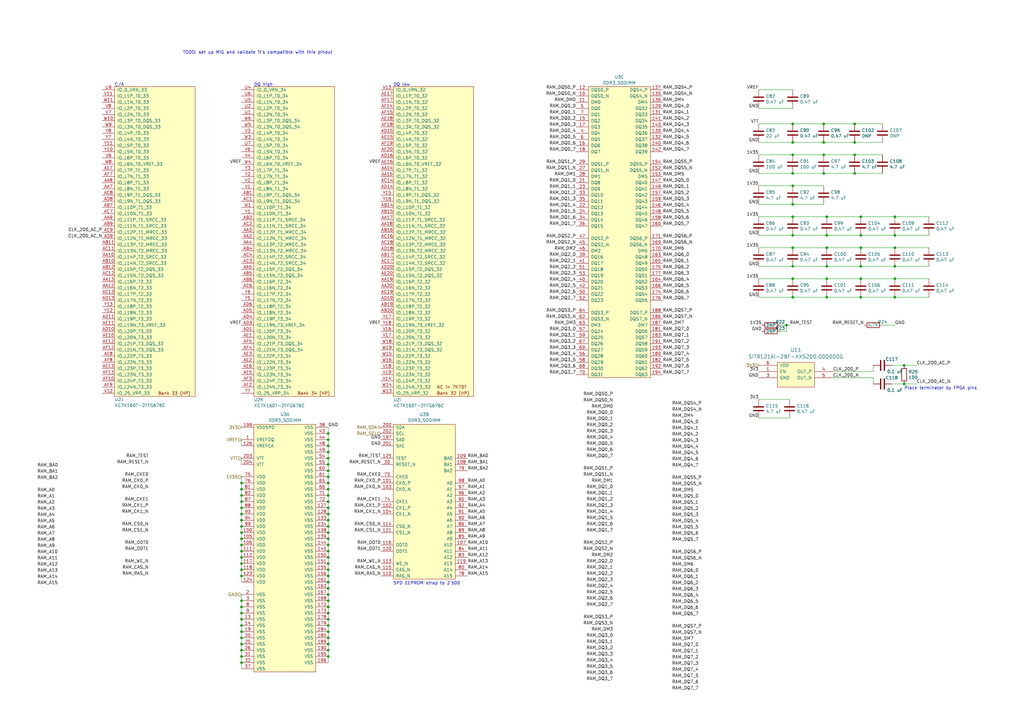
<source format=kicad_sch>
(kicad_sch (version 20231120) (generator "eeschema") (generator_version "8.0")
  (paper "A3")
  (title_block (title "AYRTON Main Board") (date "2024-11-21") (rev "0.1") (company "Antikernel Labs") (comment 1 "Andrew D. Zonenberg"))
  (lib_symbols
    (symbol "device:C" (pin_numbers hide) (pin_names (offset 0.254))
      (property "Reference" "C" (at 0.635 2.54 0))
      (property "Value" "C" (at 0.635 -2.54 0))
      (symbol "C_1_1"
        (pin passive line (at 0 3.81 270) (length 2.794) (name "~") (number "1"))
        (pin passive line (at 0 -3.81 90) (length 2.794) (name "~") (number "2"))
      )
    )
    (symbol "device:R" (pin_numbers hide) (pin_names (offset 0))
      (property "Reference" "R" (at 2.032 0 90))
      (property "Value" "R" (at 0 0 90))
      (symbol "R_1_1"
        (pin passive line (at 0 3.81 270) (length 1.27) (name "~") (number "1"))
        (pin passive line (at 0 -3.81 90) (length 1.27) (name "~") (number "2"))
      )
    )
    (symbol "memory-azonenberg:DDR3_SODIMM" (pin_names (offset 1.016))
      (property "Reference" "U" (at 6.35 -1.27 0))
      (property "Value" "DDR3_SODIMM" (at 6.35 -3.81 0))
      (symbol "DDR3_SODIMM_1_1"
        (pin power_in line (at -5.08 95.25 0) (length 5.08) (name "VREFDQ") (number "1"))
        (pin power_in line (at -5.08 57.15 0) (length 5.08) (name "VDD") (number "100"))
        (pin power_in line (at -5.08 54.61 0) (length 5.08) (name "VDD") (number "105"))
        (pin power_in line (at -5.08 52.07 0) (length 5.08) (name "VDD") (number "106"))
        (pin power_in line (at -5.08 49.53 0) (length 5.08) (name "VDD") (number "111"))
        (pin power_in line (at -5.08 46.99 0) (length 5.08) (name "VDD") (number "112"))
        (pin power_in line (at -5.08 44.45 0) (length 5.08) (name "VDD") (number "117"))
        (pin power_in line (at -5.08 41.91 0) (length 5.08) (name "VDD") (number "118"))
        (pin power_in line (at -5.08 39.37 0) (length 5.08) (name "VDD") (number "123"))
        (pin power_in line (at -5.08 36.83 0) (length 5.08) (name "VDD") (number "124"))
        (pin power_in line (at -5.08 92.71 0) (length 5.08) (name "VREFCA") (number "126"))
        (pin power_in line (at 30.48 67.31 180) (length 5.08) (name "VSS") (number "127"))
        (pin power_in line (at 30.48 64.77 180) (length 5.08) (name "VSS") (number "128"))
        (pin power_in line (at -5.08 21.59 0) (length 5.08) (name "VSS") (number "13"))
        (pin power_in line (at 30.48 62.23 180) (length 5.08) (name "VSS") (number "133"))
        (pin power_in line (at 30.48 59.69 180) (length 5.08) (name "VSS") (number "134"))
        (pin power_in line (at 30.48 57.15 180) (length 5.08) (name "VSS") (number "138"))
        (pin power_in line (at 30.48 54.61 180) (length 5.08) (name "VSS") (number "139"))
        (pin power_in line (at -5.08 19.05 0) (length 5.08) (name "VSS") (number "14"))
        (pin power_in line (at 30.48 52.07 180) (length 5.08) (name "VSS") (number "144"))
        (pin power_in line (at 30.48 49.53 180) (length 5.08) (name "VSS") (number "145"))
        (pin power_in line (at 30.48 46.99 180) (length 5.08) (name "VSS") (number "150"))
        (pin power_in line (at 30.48 44.45 180) (length 5.08) (name "VSS") (number "151"))
        (pin power_in line (at 30.48 41.91 180) (length 5.08) (name "VSS") (number "155"))
        (pin power_in line (at 30.48 39.37 180) (length 5.08) (name "VSS") (number "156"))
        (pin power_in line (at 30.48 36.83 180) (length 5.08) (name "VSS") (number "161"))
        (pin power_in line (at 30.48 34.29 180) (length 5.08) (name "VSS") (number "162"))
        (pin power_in line (at 30.48 31.75 180) (length 5.08) (name "VSS") (number "167"))
        (pin power_in line (at 30.48 29.21 180) (length 5.08) (name "VSS") (number "168"))
        (pin power_in line (at 30.48 26.67 180) (length 5.08) (name "VSS") (number "172"))
        (pin power_in line (at 30.48 24.13 180) (length 5.08) (name "VSS") (number "173"))
        (pin power_in line (at 30.48 21.59 180) (length 5.08) (name "VSS") (number "178"))
        (pin power_in line (at 30.48 19.05 180) (length 5.08) (name "VSS") (number "179"))
        (pin power_in line (at 30.48 16.51 180) (length 5.08) (name "VSS") (number "184"))
        (pin power_in line (at 30.48 13.97 180) (length 5.08) (name "VSS") (number "185"))
        (pin power_in line (at 30.48 11.43 180) (length 5.08) (name "VSS") (number "189"))
        (pin power_in line (at -5.08 16.51 0) (length 5.08) (name "VSS") (number "19"))
        (pin power_in line (at 30.48 8.89 180) (length 5.08) (name "VSS") (number "190"))
        (pin power_in line (at 30.48 6.35 180) (length 5.08) (name "VSS") (number "195"))
        (pin power_in line (at 30.48 3.81 180) (length 5.08) (name "VSS") (number "196"))
        (pin power_in line (at -5.08 100.33 0) (length 5.08) (name "VDDSPD") (number "199"))
        (pin power_in line (at -5.08 31.75 0) (length 5.08) (name "VSS") (number "2"))
        (pin power_in line (at -5.08 13.97 0) (length 5.08) (name "VSS") (number "20"))
        (pin power_in line (at -5.08 87.63 0) (length 5.08) (name "VTT") (number "203"))
        (pin power_in line (at -5.08 85.09 0) (length 5.08) (name "VTT") (number "204"))
        (pin power_in line (at -5.08 11.43 0) (length 5.08) (name "VSS") (number "25"))
        (pin power_in line (at -5.08 8.89 0) (length 5.08) (name "VSS") (number "26"))
        (pin power_in line (at -5.08 29.21 0) (length 5.08) (name "VSS") (number "3"))
        (pin power_in line (at -5.08 6.35 0) (length 5.08) (name "VSS") (number "31"))
        (pin power_in line (at -5.08 3.81 0) (length 5.08) (name "VSS") (number "32"))
        (pin power_in line (at -5.08 1.27 0) (length 5.08) (name "VSS") (number "37"))
        (pin power_in line (at 30.48 100.33 180) (length 5.08) (name "VSS") (number "38"))
        (pin power_in line (at 30.48 97.79 180) (length 5.08) (name "VSS") (number "43"))
        (pin power_in line (at 30.48 95.25 180) (length 5.08) (name "VSS") (number "44"))
        (pin power_in line (at 30.48 92.71 180) (length 5.08) (name "VSS") (number "48"))
        (pin power_in line (at 30.48 90.17 180) (length 5.08) (name "VSS") (number "49"))
        (pin power_in line (at 30.48 87.63 180) (length 5.08) (name "VSS") (number "54"))
        (pin power_in line (at 30.48 85.09 180) (length 5.08) (name "VSS") (number "55"))
        (pin power_in line (at 30.48 82.55 180) (length 5.08) (name "VSS") (number "60"))
        (pin power_in line (at 30.48 80.01 180) (length 5.08) (name "VSS") (number "61"))
        (pin power_in line (at 30.48 77.47 180) (length 5.08) (name "VSS") (number "65"))
        (pin power_in line (at 30.48 74.93 180) (length 5.08) (name "VSS") (number "66"))
        (pin power_in line (at 30.48 72.39 180) (length 5.08) (name "VSS") (number "71"))
        (pin power_in line (at 30.48 69.85 180) (length 5.08) (name "VSS") (number "72"))
        (pin power_in line (at -5.08 80.01 0) (length 5.08) (name "VDD") (number "75"))
        (pin power_in line (at -5.08 77.47 0) (length 5.08) (name "VDD") (number "76"))
        (pin power_in line (at -5.08 26.67 0) (length 5.08) (name "VSS") (number "8"))
        (pin power_in line (at -5.08 74.93 0) (length 5.08) (name "VDD") (number "81"))
        (pin power_in line (at -5.08 72.39 0) (length 5.08) (name "VDD") (number "82"))
        (pin power_in line (at -5.08 69.85 0) (length 5.08) (name "VDD") (number "87"))
        (pin power_in line (at -5.08 67.31 0) (length 5.08) (name "VDD") (number "88"))
        (pin power_in line (at -5.08 24.13 0) (length 5.08) (name "VSS") (number "9"))
        (pin power_in line (at -5.08 64.77 0) (length 5.08) (name "VDD") (number "93"))
        (pin power_in line (at -5.08 62.23 0) (length 5.08) (name "VDD") (number "94"))
        (pin power_in line (at -5.08 59.69 0) (length 5.08) (name "VDD") (number "99"))
      )
      (symbol "DDR3_SODIMM_2_1"
        (pin input line (at -5.08 39.37 0) (length 5.08) (name "CK0_P") (number "101"))
        (pin input line (at -5.08 29.21 0) (length 5.08) (name "CK1_P") (number "102"))
        (pin input line (at -5.08 36.83 0) (length 5.08) (name "CK0_N") (number "103"))
        (pin input line (at -5.08 26.67 0) (length 5.08) (name "CK1_N") (number "104"))
        (pin input line (at 30.48 13.97 180) (length 5.08) (name "A10") (number "107"))
        (pin input line (at 30.48 46.99 180) (length 5.08) (name "BA1") (number "108"))
        (pin input line (at 30.48 49.53 180) (length 5.08) (name "BA0") (number "109"))
        (pin input line (at -5.08 1.27 0) (length 5.08) (name "RAS_N") (number "110"))
        (pin input line (at -5.08 6.35 0) (length 5.08) (name "WE_N") (number "113"))
        (pin input line (at -5.08 21.59 0) (length 5.08) (name "CS0_N") (number "114"))
        (pin input line (at -5.08 3.81 0) (length 5.08) (name "CAS_N") (number "115"))
        (pin input line (at -5.08 13.97 0) (length 5.08) (name "ODT0") (number "116"))
        (pin input line (at 30.48 6.35 180) (length 5.08) (name "A13") (number "119"))
        (pin input line (at -5.08 11.43 0) (length 5.08) (name "ODT1") (number "120"))
        (pin input line (at -5.08 19.05 0) (length 5.08) (name "CS1_N") (number "121"))
        (pin input line (at -5.08 49.53 0) (length 5.08) (name "TEST") (number "125"))
        (pin input line (at -5.08 57.15 0) (length 5.08) (name "SA0") (number "197"))
        (pin bidirectional line (at -5.08 62.23 0) (length 5.08) (name "SDA") (number "200"))
        (pin input line (at -5.08 54.61 0) (length 5.08) (name "SA1") (number "201"))
        (pin input line (at -5.08 59.69 0) (length 5.08) (name "SCL") (number "202"))
        (pin input line (at -5.08 46.99 0) (length 5.08) (name "RESET_N") (number "30"))
        (pin input line (at -5.08 41.91 0) (length 5.08) (name "CKE0") (number "73"))
        (pin input line (at -5.08 31.75 0) (length 5.08) (name "CKE1") (number "74"))
        (pin input line (at 30.48 1.27 180) (length 5.08) (name "A15") (number "78"))
        (pin input line (at 30.48 44.45 180) (length 5.08) (name "BA2") (number "79"))
        (pin input line (at 30.48 3.81 180) (length 5.08) (name "A14") (number "80"))
        (pin input line (at 30.48 8.89 180) (length 5.08) (name "A12") (number "83"))
        (pin input line (at 30.48 11.43 180) (length 5.08) (name "A11") (number "84"))
        (pin input line (at 30.48 16.51 180) (length 5.08) (name "A9") (number "85"))
        (pin input line (at 30.48 21.59 180) (length 5.08) (name "A7") (number "86"))
        (pin input line (at 30.48 19.05 180) (length 5.08) (name "A8") (number "89"))
        (pin input line (at 30.48 24.13 180) (length 5.08) (name "A6") (number "90"))
        (pin input line (at 30.48 26.67 180) (length 5.08) (name "A5") (number "91"))
        (pin input line (at 30.48 29.21 180) (length 5.08) (name "A4") (number "92"))
        (pin input line (at 30.48 31.75 180) (length 5.08) (name "A3") (number "95"))
        (pin input line (at 30.48 34.29 180) (length 5.08) (name "A2") (number "96"))
        (pin input line (at 30.48 36.83 180) (length 5.08) (name "A1") (number "97"))
        (pin input line (at 30.48 39.37 180) (length 5.08) (name "A0") (number "98"))
      )
      (symbol "DDR3_SODIMM_3_1"
        (pin bidirectional line (at -5.08 115.57 0) (length 5.08) (name "DQS0_N") (number "10"))
        (pin input line (at -5.08 113.03 0) (length 5.08) (name "DM0") (number "11"))
        (pin bidirectional line (at -5.08 118.11 0) (length 5.08) (name "DQS0_P") (number "12"))
        (pin bidirectional line (at 30.48 110.49 180) (length 5.08) (name "DQ32") (number "129"))
        (pin bidirectional line (at 30.48 100.33 180) (length 5.08) (name "DQ36") (number "130"))
        (pin bidirectional line (at 30.48 107.95 180) (length 5.08) (name "DQ33") (number "131"))
        (pin bidirectional line (at 30.48 97.79 180) (length 5.08) (name "DQ37") (number "132"))
        (pin bidirectional line (at 30.48 115.57 180) (length 5.08) (name "DQS4_N") (number "135"))
        (pin input line (at 30.48 113.03 180) (length 5.08) (name "DM4") (number "136"))
        (pin bidirectional line (at 30.48 118.11 180) (length 5.08) (name "DQS4_P") (number "137"))
        (pin bidirectional line (at 30.48 95.25 180) (length 5.08) (name "DQ38") (number "140"))
        (pin bidirectional line (at 30.48 105.41 180) (length 5.08) (name "DQ34") (number "141"))
        (pin bidirectional line (at 30.48 92.71 180) (length 5.08) (name "DQ39") (number "142"))
        (pin bidirectional line (at 30.48 102.87 180) (length 5.08) (name "DQ35") (number "143"))
        (pin bidirectional line (at 30.48 69.85 180) (length 5.08) (name "DQ44") (number "146"))
        (pin bidirectional line (at 30.48 80.01 180) (length 5.08) (name "DQ40") (number "147"))
        (pin bidirectional line (at 30.48 67.31 180) (length 5.08) (name "DQ45") (number "148"))
        (pin bidirectional line (at 30.48 77.47 180) (length 5.08) (name "DQ41") (number "149"))
        (pin bidirectional line (at -5.08 105.41 0) (length 5.08) (name "DQ2") (number "15"))
        (pin bidirectional line (at 30.48 85.09 180) (length 5.08) (name "DQS5_N") (number "152"))
        (pin input line (at 30.48 82.55 180) (length 5.08) (name "DM5") (number "153"))
        (pin bidirectional line (at 30.48 87.63 180) (length 5.08) (name "DQS5_P") (number "154"))
        (pin bidirectional line (at 30.48 74.93 180) (length 5.08) (name "DQ42") (number "157"))
        (pin bidirectional line (at 30.48 64.77 180) (length 5.08) (name "DQ46") (number "158"))
        (pin bidirectional line (at 30.48 72.39 180) (length 5.08) (name "DQ43") (number "159"))
        (pin bidirectional line (at -5.08 95.25 0) (length 5.08) (name "DQ6") (number "16"))
        (pin bidirectional line (at 30.48 62.23 180) (length 5.08) (name "DQ47") (number "160"))
        (pin bidirectional line (at 30.48 49.53 180) (length 5.08) (name "DQ48") (number "163"))
        (pin bidirectional line (at 30.48 39.37 180) (length 5.08) (name "DQ52") (number "164"))
        (pin bidirectional line (at 30.48 46.99 180) (length 5.08) (name "DQ49") (number "165"))
        (pin bidirectional line (at 30.48 36.83 180) (length 5.08) (name "DQ53") (number "166"))
        (pin bidirectional line (at 30.48 54.61 180) (length 5.08) (name "DQS6_N") (number "169"))
        (pin bidirectional line (at -5.08 102.87 0) (length 5.08) (name "DQ3") (number "17"))
        (pin input line (at 30.48 52.07 180) (length 5.08) (name "DM6") (number "170"))
        (pin bidirectional line (at 30.48 57.15 180) (length 5.08) (name "DQS6_P") (number "171"))
        (pin bidirectional line (at 30.48 34.29 180) (length 5.08) (name "DQ54") (number "174"))
        (pin bidirectional line (at 30.48 44.45 180) (length 5.08) (name "DQ50") (number "175"))
        (pin bidirectional line (at 30.48 31.75 180) (length 5.08) (name "DQ55") (number "176"))
        (pin bidirectional line (at 30.48 41.91 180) (length 5.08) (name "DQ51") (number "177"))
        (pin bidirectional line (at -5.08 92.71 0) (length 5.08) (name "DQ7") (number "18"))
        (pin bidirectional line (at 30.48 8.89 180) (length 5.08) (name "DQ60") (number "180"))
        (pin bidirectional line (at 30.48 19.05 180) (length 5.08) (name "DQ56") (number "181"))
        (pin bidirectional line (at 30.48 6.35 180) (length 5.08) (name "DQ61") (number "182"))
        (pin bidirectional line (at 30.48 16.51 180) (length 5.08) (name "DQ57") (number "183"))
        (pin bidirectional line (at 30.48 24.13 180) (length 5.08) (name "DQS7_N") (number "186"))
        (pin input line (at 30.48 21.59 180) (length 5.08) (name "DM7") (number "187"))
        (pin bidirectional line (at 30.48 26.67 180) (length 5.08) (name "DQS7_P") (number "188"))
        (pin bidirectional line (at 30.48 13.97 180) (length 5.08) (name "DQ58") (number "191"))
        (pin bidirectional line (at 30.48 3.81 180) (length 5.08) (name "DQ62") (number "192"))
        (pin bidirectional line (at 30.48 11.43 180) (length 5.08) (name "DQ59") (number "193"))
        (pin bidirectional line (at 30.48 1.27 180) (length 5.08) (name "DQ63") (number "194"))
        (pin bidirectional line (at -5.08 80.01 0) (length 5.08) (name "DQ8") (number "21"))
        (pin bidirectional line (at -5.08 69.85 0) (length 5.08) (name "DQ12") (number "22"))
        (pin bidirectional line (at -5.08 77.47 0) (length 5.08) (name "DQ9") (number "23"))
        (pin bidirectional line (at -5.08 67.31 0) (length 5.08) (name "DQ13") (number "24"))
        (pin bidirectional line (at -5.08 85.09 0) (length 5.08) (name "DQS1_N") (number "27"))
        (pin input line (at -5.08 82.55 0) (length 5.08) (name "DM1") (number "28"))
        (pin bidirectional line (at -5.08 87.63 0) (length 5.08) (name "DQS1_P") (number "29"))
        (pin bidirectional line (at -5.08 74.93 0) (length 5.08) (name "DQ10") (number "33"))
        (pin bidirectional line (at -5.08 64.77 0) (length 5.08) (name "DQ14") (number "34"))
        (pin bidirectional line (at -5.08 72.39 0) (length 5.08) (name "DQ11") (number "35"))
        (pin bidirectional line (at -5.08 62.23 0) (length 5.08) (name "DQ15") (number "36"))
        (pin bidirectional line (at -5.08 49.53 0) (length 5.08) (name "DQ16") (number "39"))
        (pin bidirectional line (at -5.08 100.33 0) (length 5.08) (name "DQ4") (number "4"))
        (pin bidirectional line (at -5.08 39.37 0) (length 5.08) (name "DQ20") (number "40"))
        (pin bidirectional line (at -5.08 46.99 0) (length 5.08) (name "DQ17") (number "41"))
        (pin bidirectional line (at -5.08 36.83 0) (length 5.08) (name "DQ21") (number "42"))
        (pin bidirectional line (at -5.08 54.61 0) (length 5.08) (name "DQS2_N") (number "45"))
        (pin input line (at -5.08 52.07 0) (length 5.08) (name "DM2") (number "46"))
        (pin bidirectional line (at -5.08 57.15 0) (length 5.08) (name "DQS2_P") (number "47"))
        (pin bidirectional line (at -5.08 110.49 0) (length 5.08) (name "DQ0") (number "5"))
        (pin bidirectional line (at -5.08 34.29 0) (length 5.08) (name "DQ22") (number "50"))
        (pin bidirectional line (at -5.08 44.45 0) (length 5.08) (name "DQ18") (number "51"))
        (pin bidirectional line (at -5.08 31.75 0) (length 5.08) (name "DQ23") (number "52"))
        (pin bidirectional line (at -5.08 41.91 0) (length 5.08) (name "DQ19") (number "53"))
        (pin bidirectional line (at -5.08 8.89 0) (length 5.08) (name "DQ28") (number "56"))
        (pin bidirectional line (at -5.08 19.05 0) (length 5.08) (name "DQ24") (number "57"))
        (pin bidirectional line (at -5.08 6.35 0) (length 5.08) (name "DQ29") (number "58"))
        (pin bidirectional line (at -5.08 16.51 0) (length 5.08) (name "DQ25") (number "59"))
        (pin bidirectional line (at -5.08 97.79 0) (length 5.08) (name "DQ5") (number "6"))
        (pin bidirectional line (at -5.08 24.13 0) (length 5.08) (name "DQS3_N") (number "62"))
        (pin input line (at -5.08 21.59 0) (length 5.08) (name "DM3") (number "63"))
        (pin bidirectional line (at -5.08 26.67 0) (length 5.08) (name "DQS3_P") (number "64"))
        (pin bidirectional line (at -5.08 13.97 0) (length 5.08) (name "DQ26") (number "67"))
        (pin bidirectional line (at -5.08 3.81 0) (length 5.08) (name "DQ30") (number "68"))
        (pin bidirectional line (at -5.08 11.43 0) (length 5.08) (name "DQ27") (number "69"))
        (pin bidirectional line (at -5.08 107.95 0) (length 5.08) (name "DQ1") (number "7"))
        (pin bidirectional line (at -5.08 1.27 0) (length 5.08) (name "DQ31") (number "70"))
      )
    )
    (symbol "osc-azonenberg:OSC_LVDS_NOPAD" (pin_names (offset 1.016))
      (property "Reference" "U" (at 0 -1.27 0))
      (property "Value" "OSC_LVDS_NOPAD" (at 0 -3.81 0))
      (symbol "OSC_LVDS_NOPAD_1_1"
        (pin input line (at -7.62 6.35 0) (length 7.62) (name "EN") (number "1"))
        (pin power_in line (at -7.62 3.81 0) (length 7.62) (name "GND") (number "3"))
        (pin output line (at 22.86 6.35 180) (length 7.62) (name "OUT_P") (number "4"))
        (pin output line (at 22.86 3.81 180) (length 7.62) (name "OUT_N") (number "5"))
        (pin power_in line (at -7.62 8.89 0) (length 7.62) (name "VDD") (number "6"))
      )
    )
    (symbol "xilinx-azonenberg:XC7KxT-FFG676" (pin_names (offset 1.016))
      (property "Reference" "U" (at 0 -1.27 0))
      (property "Value" "XC7KxT-FFG676" (at 0 -3.81 0))
      (symbol "XC7KxT-FFG676_1_0"
        (text "Config" (at 17.78 1.27 0) (effects (font (size 1.27 1.27)) (justify left)))
      )
      (symbol "XC7KxT-FFG676_1_1"
        (pin power_out line (at -5.08 36.83 0) (length 5.08) (name "CCLK_0") (number "C8"))
        (pin bidirectional line (at -5.08 19.05 0) (length 5.08) (name "INIT_B_0") (number "G7"))
        (pin output line (at -5.08 13.97 0) (length 5.08) (name "DONE_0") (number "J7"))
        (pin input line (at -5.08 31.75 0) (length 5.08) (name "TCK_0") (number "L8"))
        (pin power_in line (at -5.08 49.53 0) (length 5.08) (name "VREFN_0") (number "N11"))
        (pin input line (at -5.08 44.45 0) (length 5.08) (name "VP_0") (number "N12"))
        (pin input line (at -5.08 29.21 0) (length 5.08) (name "TMS_0") (number "N8"))
        (pin input line (at -5.08 41.91 0) (length 5.08) (name "VN_0") (number "P11"))
        (pin power_in line (at -5.08 52.07 0) (length 5.08) (name "VREFP_0") (number "P12"))
        (pin input line (at -5.08 1.27 0) (length 5.08) (name "M2_0") (number "P5"))
        (pin input line (at -5.08 16.51 0) (length 5.08) (name "PROGRAM_B_0") (number "P6"))
        (pin input line (at -5.08 8.89 0) (length 5.08) (name "CFGBVS_0") (number "P7"))
        (pin passive line (at -5.08 57.15 0) (length 5.08) (name "DXN_0") (number "R11"))
        (pin passive line (at -5.08 59.69 0) (length 5.08) (name "DXP_0") (number "R12"))
        (pin input line (at -5.08 24.13 0) (length 5.08) (name "TDI_0") (number "R6"))
        (pin output line (at -5.08 26.67 0) (length 5.08) (name "TDO_0") (number "R7"))
        (pin input line (at -5.08 3.81 0) (length 5.08) (name "M1_0") (number "T2"))
        (pin input line (at -5.08 6.35 0) (length 5.08) (name "M0_0") (number "T5"))
      )
      (symbol "XC7KxT-FFG676_2_0"
        (text "Power" (at 17.78 1.27 0) (effects (font (size 1.27 1.27)) (justify left)))
      )
      (symbol "XC7KxT-FFG676_2_1"
        (pin power_in line (at 40.64 69.85 180) (length 5.08) (name "VCCO_16") (number "A11"))
        (pin power_in line (at 40.64 105.41 180) (length 5.08) (name "VCCO_14") (number "A21"))
        (pin power_in line (at 40.64 13.97 180) (length 5.08) (name "VCCO_34") (number "AA1"))
        (pin power_in line (at 40.64 31.75 180) (length 5.08) (name "VCCO_33") (number "AA11"))
        (pin power_in line (at 40.64 143.51 180) (length 5.08) (name "VCCO_12") (number "AA21"))
        (pin power_in line (at 40.64 49.53 180) (length 5.08) (name "VCCO_32") (number "AB18"))
        (pin power_in line (at 40.64 29.21 180) (length 5.08) (name "VCCO_33") (number "AB8"))
        (pin power_in line (at 40.64 46.99 180) (length 5.08) (name "VCCO_32") (number "AC15"))
        (pin power_in line (at 40.64 140.97 180) (length 5.08) (name "VCCO_12") (number "AC25"))
        (pin power_in line (at 40.64 11.43 180) (length 5.08) (name "VCCO_34") (number "AC5"))
        (pin power_in line (at 40.64 26.67 180) (length 5.08) (name "VCCO_33") (number "AD12"))
        (pin power_in line (at 40.64 8.89 180) (length 5.08) (name "VCCO_34") (number "AD2"))
        (pin power_in line (at 40.64 138.43 180) (length 5.08) (name "VCCO_12") (number "AD22"))
        (pin power_in line (at 40.64 44.45 180) (length 5.08) (name "VCCO_32") (number "AE19"))
        (pin power_in line (at 40.64 24.13 180) (length 5.08) (name "VCCO_33") (number "AE9"))
        (pin power_in line (at 40.64 41.91 180) (length 5.08) (name "VCCO_32") (number "AF16"))
        (pin power_in line (at 40.64 135.89 180) (length 5.08) (name "VCCO_12") (number "AF26"))
        (pin power_in line (at 40.64 6.35 180) (length 5.08) (name "VCCO_34") (number "AF6"))
        (pin power_in line (at 40.64 87.63 180) (length 5.08) (name "VCCO_15") (number "B18"))
        (pin power_in line (at -5.08 107.95 0) (length 5.08) (name "MGTAVTT") (number "B3"))
        (pin power_in line (at 40.64 67.31 180) (length 5.08) (name "VCCO_16") (number "B8"))
        (pin power_in line (at 40.64 64.77 180) (length 5.08) (name "VCCO_16") (number "C15"))
        (pin power_in line (at -5.08 105.41 0) (length 5.08) (name "MGTAVTT") (number "C2"))
        (pin power_in line (at 40.64 102.87 180) (length 5.08) (name "VCCO_14") (number "C25"))
        (pin power_in line (at -5.08 123.19 0) (length 5.08) (name "MGTAVCC") (number "C6"))
        (pin power_in line (at 40.64 62.23 180) (length 5.08) (name "VCCO_16") (number "D12"))
        (pin power_in line (at 40.64 100.33 180) (length 5.08) (name "VCCO_14") (number "D22"))
        (pin power_in line (at -5.08 102.87 0) (length 5.08) (name "MGTAVTT") (number "D3"))
        (pin power_in line (at 40.64 85.09 180) (length 5.08) (name "VCCO_15") (number "E19"))
        (pin power_in line (at -5.08 120.65 0) (length 5.08) (name "MGTAVCC") (number "E6"))
        (pin power_in line (at -5.08 140.97 0) (length 5.08) (name "VCCBATT_0") (number "E8"))
        (pin power_in line (at 40.64 59.69 180) (length 5.08) (name "VCCO_16") (number "E9"))
        (pin power_in line (at 40.64 82.55 180) (length 5.08) (name "VCCO_15") (number "F16"))
        (pin power_in line (at 40.64 97.79 180) (length 5.08) (name "VCCO_14") (number "F26"))
        (pin power_in line (at 40.64 57.15 180) (length 5.08) (name "VCCO_16") (number "G13"))
        (pin power_in line (at -5.08 100.33 0) (length 5.08) (name "MGTAVTT") (number "G2"))
        (pin power_in line (at 40.64 95.25 180) (length 5.08) (name "VCCO_14") (number "G23"))
        (pin power_in line (at -5.08 118.11 0) (length 5.08) (name "MGTAVCC") (number "G6"))
        (pin power_in line (at 40.64 54.61 180) (length 5.08) (name "VCCO_16") (number "H10"))
        (pin power_in line (at 40.64 80.01 180) (length 5.08) (name "VCCO_15") (number "H20"))
        (pin power_in line (at -5.08 97.79 0) (length 5.08) (name "MGTAVTT") (number "H3"))
        (pin power_in line (at 40.64 77.47 180) (length 5.08) (name "VCCO_15") (number "J17"))
        (pin power_in line (at -5.08 115.57 0) (length 5.08) (name "MGTAVCC") (number "J6"))
        (pin power_in line (at -5.08 82.55 0) (length 5.08) (name "VCCINT") (number "J9"))
        (pin power_in line (at -5.08 77.47 0) (length 5.08) (name "VCCINT") (number "K10"))
        (pin power_in line (at -5.08 74.93 0) (length 5.08) (name "VCCINT") (number "K12"))
        (pin power_in line (at -5.08 72.39 0) (length 5.08) (name "VCCINT") (number "K14"))
        (pin power_in line (at 40.64 123.19 180) (length 5.08) (name "VCCO_13") (number "K24"))
        (pin power_in line (at -5.08 80.01 0) (length 5.08) (name "VCCINT") (number "K8"))
        (pin power_in line (at -5.08 34.29 0) (length 5.08) (name "VCCAUX") (number "L11"))
        (pin power_in line (at -5.08 67.31 0) (length 5.08) (name "VCCINT") (number "L13"))
        (pin power_in line (at -5.08 64.77 0) (length 5.08) (name "VCCINT") (number "L15"))
        (pin power_in line (at -5.08 95.25 0) (length 5.08) (name "MGTAVTT") (number "L2"))
        (pin power_in line (at 40.64 92.71 180) (length 5.08) (name "VCCO_14") (number "L21"))
        (pin power_in line (at -5.08 113.03 0) (length 5.08) (name "MGTAVCC") (number "L6"))
        (pin power_in line (at -5.08 13.97 0) (length 5.08) (name "VCCO_0") (number "L7"))
        (pin power_in line (at -5.08 69.85 0) (length 5.08) (name "VCCINT") (number "L9"))
        (pin power_in line (at -5.08 31.75 0) (length 5.08) (name "VCCAUX") (number "M10"))
        (pin power_in line (at -5.08 143.51 0) (length 5.08) (name "VCCADC_0") (number "M12"))
        (pin power_in line (at -5.08 59.69 0) (length 5.08) (name "VCCINT") (number "M14"))
        (pin power_in line (at 40.64 74.93 180) (length 5.08) (name "VCCO_15") (number "M18"))
        (pin power_in line (at -5.08 92.71 0) (length 5.08) (name "MGTAVTT") (number "M3"))
        (pin power_in line (at -5.08 62.23 0) (length 5.08) (name "VCCINT") (number "M8"))
        (pin power_in line (at -5.08 135.89 0) (length 5.08) (name "VCCBRAM") (number "N13"))
        (pin power_in line (at -5.08 54.61 0) (length 5.08) (name "VCCINT") (number "N15"))
        (pin power_in line (at 40.64 120.65 180) (length 5.08) (name "VCCO_13") (number "N25"))
        (pin power_in line (at -5.08 87.63 0) (length 5.08) (name "MGTVCCAUX") (number "N6"))
        (pin power_in line (at -5.08 57.15 0) (length 5.08) (name "VCCINT") (number "N9"))
        (pin power_in line (at -5.08 29.21 0) (length 5.08) (name "VCCAUX") (number "P10"))
        (pin power_in line (at -5.08 52.07 0) (length 5.08) (name "VCCINT") (number "P14"))
        (pin power_in line (at 40.64 118.11 180) (length 5.08) (name "VCCO_13") (number "P22"))
        (pin power_in line (at -5.08 19.05 0) (length 5.08) (name "VCCAUX_IO_G0") (number "P8"))
        (pin power_in line (at -5.08 133.35 0) (length 5.08) (name "VCCBRAM") (number "R13"))
        (pin power_in line (at -5.08 49.53 0) (length 5.08) (name "VCCINT") (number "R15"))
        (pin power_in line (at 40.64 115.57 180) (length 5.08) (name "VCCO_13") (number "R19"))
        (pin power_in line (at -5.08 21.59 0) (length 5.08) (name "VCCAUX_IO_G0") (number "R9"))
        (pin power_in line (at -5.08 39.37 0) (length 5.08) (name "VCCAUX") (number "T10"))
        (pin power_in line (at -5.08 130.81 0) (length 5.08) (name "VCCBRAM") (number "T12"))
        (pin power_in line (at -5.08 46.99 0) (length 5.08) (name "VCCINT") (number "T14"))
        (pin power_in line (at 40.64 113.03 180) (length 5.08) (name "VCCO_13") (number "T16"))
        (pin power_in line (at 40.64 110.49 180) (length 5.08) (name "VCCO_13") (number "T26"))
        (pin power_in line (at -5.08 11.43 0) (length 5.08) (name "VCCO_0") (number "T6"))
        (pin power_in line (at -5.08 24.13 0) (length 5.08) (name "VCCAUX_IO_G0") (number "T8"))
        (pin power_in line (at -5.08 36.83 0) (length 5.08) (name "VCCAUX") (number "U11"))
        (pin power_in line (at -5.08 128.27 0) (length 5.08) (name "VCCBRAM") (number "U13"))
        (pin power_in line (at -5.08 44.45 0) (length 5.08) (name "VCCINT") (number "U15"))
        (pin power_in line (at 40.64 133.35 180) (length 5.08) (name "VCCO_12") (number "U23"))
        (pin power_in line (at 40.64 3.81 180) (length 5.08) (name "VCCO_34") (number "U3"))
        (pin power_in line (at 40.64 21.59 180) (length 5.08) (name "VCCO_33") (number "V10"))
        (pin power_in line (at 40.64 130.81 180) (length 5.08) (name "VCCO_12") (number "V20"))
        (pin power_in line (at 40.64 39.37 180) (length 5.08) (name "VCCO_32") (number "W17"))
        (pin power_in line (at 40.64 19.05 180) (length 5.08) (name "VCCO_33") (number "W7"))
        (pin power_in line (at 40.64 36.83 180) (length 5.08) (name "VCCO_32") (number "Y14"))
        (pin power_in line (at 40.64 128.27 180) (length 5.08) (name "VCCO_12") (number "Y24"))
        (pin power_in line (at 40.64 1.27 180) (length 5.08) (name "VCCO_34") (number "Y4"))
      )
      (symbol "XC7KxT-FFG676_3_0"
        (text "Ground" (at 17.78 1.27 0) (effects (font (size 1.27 1.27)) (justify left)))
      )
      (symbol "XC7KxT-FFG676_3_1"
        (pin power_in line (at -5.08 153.67 0) (length 5.08) (name "GND") (number "A1"))
        (pin power_in line (at -5.08 140.97 0) (length 5.08) (name "GND") (number "A16"))
        (pin power_in line (at -5.08 151.13 0) (length 5.08) (name "GND") (number "A2"))
        (pin power_in line (at -5.08 138.43 0) (length 5.08) (name "GND") (number "A26"))
        (pin power_in line (at -5.08 148.59 0) (length 5.08) (name "GND") (number "A5"))
        (pin power_in line (at -5.08 146.05 0) (length 5.08) (name "GND") (number "A6"))
        (pin power_in line (at -5.08 143.51 0) (length 5.08) (name "GND") (number "A7"))
        (pin power_in line (at -5.08 133.35 0) (length 5.08) (name "GND") (number "AA16"))
        (pin power_in line (at -5.08 130.81 0) (length 5.08) (name "GND") (number "AA26"))
        (pin power_in line (at -5.08 135.89 0) (length 5.08) (name "GND") (number "AA6"))
        (pin power_in line (at -5.08 125.73 0) (length 5.08) (name "GND") (number "AB13"))
        (pin power_in line (at -5.08 123.19 0) (length 5.08) (name "GND") (number "AB23"))
        (pin power_in line (at -5.08 128.27 0) (length 5.08) (name "GND") (number "AB3"))
        (pin power_in line (at -5.08 120.65 0) (length 5.08) (name "GND") (number "AC10"))
        (pin power_in line (at -5.08 118.11 0) (length 5.08) (name "GND") (number "AC20"))
        (pin power_in line (at -5.08 113.03 0) (length 5.08) (name "GND") (number "AD17"))
        (pin power_in line (at -5.08 115.57 0) (length 5.08) (name "GND") (number "AD7"))
        (pin power_in line (at -5.08 107.95 0) (length 5.08) (name "GND") (number "AE14"))
        (pin power_in line (at -5.08 105.41 0) (length 5.08) (name "GND") (number "AE24"))
        (pin power_in line (at -5.08 110.49 0) (length 5.08) (name "GND") (number "AE4"))
        (pin power_in line (at -5.08 102.87 0) (length 5.08) (name "GND") (number "AF1"))
        (pin power_in line (at -5.08 100.33 0) (length 5.08) (name "GND") (number "AF11"))
        (pin power_in line (at -5.08 97.79 0) (length 5.08) (name "GND") (number "AF21"))
        (pin power_in line (at -5.08 90.17 0) (length 5.08) (name "GND") (number "B13"))
        (pin power_in line (at -5.08 87.63 0) (length 5.08) (name "GND") (number "B23"))
        (pin power_in line (at -5.08 95.25 0) (length 5.08) (name "GND") (number "B4"))
        (pin power_in line (at -5.08 92.71 0) (length 5.08) (name "GND") (number "B7"))
        (pin power_in line (at -5.08 85.09 0) (length 5.08) (name "GND") (number "C1"))
        (pin power_in line (at -5.08 77.47 0) (length 5.08) (name "GND") (number "C10"))
        (pin power_in line (at -5.08 74.93 0) (length 5.08) (name "GND") (number "C20"))
        (pin power_in line (at -5.08 82.55 0) (length 5.08) (name "GND") (number "C5"))
        (pin power_in line (at -5.08 80.01 0) (length 5.08) (name "GND") (number "C7"))
        (pin power_in line (at -5.08 67.31 0) (length 5.08) (name "GND") (number "D17"))
        (pin power_in line (at -5.08 72.39 0) (length 5.08) (name "GND") (number "D4"))
        (pin power_in line (at -5.08 69.85 0) (length 5.08) (name "GND") (number "D7"))
        (pin power_in line (at -5.08 64.77 0) (length 5.08) (name "GND") (number "E1"))
        (pin power_in line (at -5.08 54.61 0) (length 5.08) (name "GND") (number "E14"))
        (pin power_in line (at -5.08 62.23 0) (length 5.08) (name "GND") (number "E2"))
        (pin power_in line (at -5.08 52.07 0) (length 5.08) (name "GND") (number "E24"))
        (pin power_in line (at -5.08 59.69 0) (length 5.08) (name "GND") (number "E5"))
        (pin power_in line (at -5.08 57.15 0) (length 5.08) (name "GND") (number "E7"))
        (pin power_in line (at -5.08 41.91 0) (length 5.08) (name "GND") (number "F11"))
        (pin power_in line (at -5.08 39.37 0) (length 5.08) (name "GND") (number "F21"))
        (pin power_in line (at -5.08 49.53 0) (length 5.08) (name "GND") (number "F3"))
        (pin power_in line (at -5.08 46.99 0) (length 5.08) (name "GND") (number "F4"))
        (pin power_in line (at -5.08 44.45 0) (length 5.08) (name "GND") (number "F7"))
        (pin power_in line (at -5.08 36.83 0) (length 5.08) (name "GND") (number "G1"))
        (pin power_in line (at -5.08 29.21 0) (length 5.08) (name "GND") (number "G18"))
        (pin power_in line (at -5.08 34.29 0) (length 5.08) (name "GND") (number "G5"))
        (pin power_in line (at -5.08 31.75 0) (length 5.08) (name "GND") (number "G8"))
        (pin power_in line (at -5.08 21.59 0) (length 5.08) (name "GND") (number "H15"))
        (pin power_in line (at -5.08 19.05 0) (length 5.08) (name "GND") (number "H25"))
        (pin power_in line (at -5.08 26.67 0) (length 5.08) (name "GND") (number "H4"))
        (pin power_in line (at -5.08 24.13 0) (length 5.08) (name "GND") (number "H7"))
        (pin power_in line (at -5.08 16.51 0) (length 5.08) (name "GND") (number "J1"))
        (pin power_in line (at -5.08 8.89 0) (length 5.08) (name "GND") (number "J12"))
        (pin power_in line (at -5.08 13.97 0) (length 5.08) (name "GND") (number "J2"))
        (pin power_in line (at -5.08 6.35 0) (length 5.08) (name "GND") (number "J22"))
        (pin power_in line (at -5.08 11.43 0) (length 5.08) (name "GND") (number "J5"))
        (pin power_in line (at 35.56 143.51 180) (length 5.08) (name "GND") (number "K11"))
        (pin power_in line (at 35.56 140.97 180) (length 5.08) (name "GND") (number "K13"))
        (pin power_in line (at 35.56 138.43 180) (length 5.08) (name "GND") (number "K19"))
        (pin power_in line (at -5.08 3.81 0) (length 5.08) (name "GND") (number "K3"))
        (pin power_in line (at -5.08 1.27 0) (length 5.08) (name "GND") (number "K4"))
        (pin power_in line (at 35.56 148.59 180) (length 5.08) (name "GND") (number "K7"))
        (pin power_in line (at 35.56 146.05 180) (length 5.08) (name "GND") (number "K9"))
        (pin power_in line (at 35.56 135.89 180) (length 5.08) (name "GND") (number "L1"))
        (pin power_in line (at 35.56 130.81 180) (length 5.08) (name "GND") (number "L10"))
        (pin power_in line (at 35.56 128.27 180) (length 5.08) (name "GND") (number "L12"))
        (pin power_in line (at 35.56 125.73 180) (length 5.08) (name "GND") (number "L14"))
        (pin power_in line (at 35.56 123.19 180) (length 5.08) (name "GND") (number "L16"))
        (pin power_in line (at 35.56 120.65 180) (length 5.08) (name "GND") (number "L26"))
        (pin power_in line (at 35.56 133.35 180) (length 5.08) (name "GND") (number "L5"))
        (pin power_in line (at 35.56 153.67 180) (length 5.08) (name "GNDADC_0") (number "M11"))
        (pin power_in line (at 35.56 110.49 180) (length 5.08) (name "GND") (number "M13"))
        (pin power_in line (at 35.56 107.95 180) (length 5.08) (name "GND") (number "M15"))
        (pin power_in line (at 35.56 105.41 180) (length 5.08) (name "GND") (number "M23"))
        (pin power_in line (at 35.56 118.11 180) (length 5.08) (name "GND") (number "M4"))
        (pin power_in line (at 35.56 115.57 180) (length 5.08) (name "GND") (number "M7"))
        (pin power_in line (at 35.56 113.03 180) (length 5.08) (name "GND") (number "M9"))
        (pin power_in line (at 35.56 102.87 180) (length 5.08) (name "GND") (number "N1"))
        (pin power_in line (at 35.56 92.71 180) (length 5.08) (name "GND") (number "N10"))
        (pin power_in line (at 35.56 90.17 180) (length 5.08) (name "GND") (number "N14"))
        (pin power_in line (at 35.56 100.33 180) (length 5.08) (name "GND") (number "N2"))
        (pin power_in line (at 35.56 87.63 180) (length 5.08) (name "GND") (number "N20"))
        (pin power_in line (at 35.56 97.79 180) (length 5.08) (name "GND") (number "N5"))
        (pin power_in line (at 35.56 95.25 180) (length 5.08) (name "GND") (number "N7"))
        (pin power_in line (at 35.56 77.47 180) (length 5.08) (name "GND") (number "P13"))
        (pin power_in line (at 35.56 74.93 180) (length 5.08) (name "GND") (number "P15"))
        (pin power_in line (at 35.56 72.39 180) (length 5.08) (name "GND") (number "P17"))
        (pin power_in line (at 35.56 85.09 180) (length 5.08) (name "GND") (number "P3"))
        (pin power_in line (at 35.56 82.55 180) (length 5.08) (name "GND") (number "P4"))
        (pin power_in line (at 35.56 80.01 180) (length 5.08) (name "GND") (number "P9"))
        (pin power_in line (at 35.56 69.85 180) (length 5.08) (name "GND") (number "R1"))
        (pin power_in line (at 35.56 59.69 180) (length 5.08) (name "GND") (number "R10"))
        (pin power_in line (at 35.56 57.15 180) (length 5.08) (name "GND") (number "R14"))
        (pin power_in line (at 35.56 67.31 180) (length 5.08) (name "GND") (number "R2"))
        (pin power_in line (at 35.56 54.61 180) (length 5.08) (name "GND") (number "R24"))
        (pin power_in line (at 35.56 64.77 180) (length 5.08) (name "GND") (number "R5"))
        (pin power_in line (at 35.56 62.23 180) (length 5.08) (name "GND") (number "R8"))
        (pin power_in line (at 35.56 52.07 180) (length 5.08) (name "GND") (number "T1"))
        (pin power_in line (at 35.56 41.91 180) (length 5.08) (name "GND") (number "T11"))
        (pin power_in line (at 35.56 39.37 180) (length 5.08) (name "GND") (number "T13"))
        (pin power_in line (at 35.56 36.83 180) (length 5.08) (name "GND") (number "T15"))
        (pin power_in line (at 35.56 34.29 180) (length 5.08) (name "GND") (number "T21"))
        (pin power_in line (at 35.56 49.53 180) (length 5.08) (name "GND") (number "T3"))
        (pin power_in line (at 35.56 46.99 180) (length 5.08) (name "GND") (number "T4"))
        (pin power_in line (at 35.56 44.45 180) (length 5.08) (name "GND") (number "T9"))
        (pin power_in line (at 35.56 29.21 180) (length 5.08) (name "GND") (number "U10"))
        (pin power_in line (at 35.56 26.67 180) (length 5.08) (name "GND") (number "U12"))
        (pin power_in line (at 35.56 24.13 180) (length 5.08) (name "GND") (number "U14"))
        (pin power_in line (at 35.56 21.59 180) (length 5.08) (name "GND") (number "U18"))
        (pin power_in line (at 35.56 31.75 180) (length 5.08) (name "GND") (number "U8"))
        (pin power_in line (at 35.56 16.51 180) (length 5.08) (name "GND") (number "V15"))
        (pin power_in line (at 35.56 13.97 180) (length 5.08) (name "GND") (number "V25"))
        (pin power_in line (at 35.56 19.05 180) (length 5.08) (name "GND") (number "V5"))
        (pin power_in line (at 35.56 8.89 180) (length 5.08) (name "GND") (number "W12"))
        (pin power_in line (at 35.56 11.43 180) (length 5.08) (name "GND") (number "W2"))
        (pin power_in line (at 35.56 6.35 180) (length 5.08) (name "GND") (number "W22"))
        (pin power_in line (at 35.56 1.27 180) (length 5.08) (name "GND") (number "Y19"))
        (pin power_in line (at 35.56 3.81 180) (length 5.08) (name "GND") (number "Y9"))
      )
      (symbol "XC7KxT-FFG676_4_0"
        (text "Bank 12 (HR)" (at 17.78 1.27 0) (effects (font (size 1.27 1.27)) (justify left)))
        (text "NC in 7K70T" (at 17.78 3.81 0) (effects (font (size 1.27 1.27)) (justify left)))
      )
      (symbol "XC7KxT-FFG676_4_1"
        (pin bidirectional line (at -5.08 59.69 0) (length 5.08) (name "IO_L13N_T2_MRCC_12") (number "AA22"))
        (pin bidirectional line (at -5.08 72.39 0) (length 5.08) (name "IO_L11P_T1_SRCC_12") (number "AA23"))
        (pin bidirectional line (at -5.08 64.77 0) (length 5.08) (name "IO_L12N_T1_MRCC_12") (number "AA24"))
        (pin bidirectional line (at -5.08 92.71 0) (length 5.08) (name "IO_L7P_T1_12") (number "AA25"))
        (pin bidirectional line (at -5.08 36.83 0) (length 5.08) (name "IO_L18P_T2_12") (number "AB21"))
        (pin bidirectional line (at -5.08 41.91 0) (length 5.08) (name "IO_L17P_T2_12") (number "AB22"))
        (pin bidirectional line (at -5.08 69.85 0) (length 5.08) (name "IO_L11N_T1_SRCC_12") (number "AB24"))
        (pin bidirectional line (at -5.08 90.17 0) (length 5.08) (name "IO_L7N_T1_12") (number "AB25"))
        (pin bidirectional line (at -5.08 82.55 0) (length 5.08) (name "IO_L9P_T1_DQS_12") (number "AB26"))
        (pin bidirectional line (at -5.08 34.29 0) (length 5.08) (name "IO_L18N_T2_12") (number "AC21"))
        (pin bidirectional line (at -5.08 39.37 0) (length 5.08) (name "IO_L17N_T2_12") (number "AC22"))
        (pin bidirectional line (at -5.08 57.15 0) (length 5.08) (name "IO_L14P_T2_SRCC_12") (number "AC23"))
        (pin bidirectional line (at -5.08 54.61 0) (length 5.08) (name "IO_L14N_T2_SRCC_12") (number "AC24"))
        (pin bidirectional line (at -5.08 80.01 0) (length 5.08) (name "IO_L9N_T1_DQS_12") (number "AC26"))
        (pin bidirectional line (at -5.08 31.75 0) (length 5.08) (name "IO_L19P_T3_12") (number "AD21"))
        (pin bidirectional line (at -5.08 46.99 0) (length 5.08) (name "IO_L16P_T2_12") (number "AD23"))
        (pin bidirectional line (at -5.08 44.45 0) (length 5.08) (name "IO_L16N_T2_12") (number "AD24"))
        (pin bidirectional line (at -5.08 11.43 0) (length 5.08) (name "IO_L23P_T3_12") (number "AD25"))
        (pin bidirectional line (at -5.08 21.59 0) (length 5.08) (name "IO_L21P_T3_DQS_12") (number "AD26"))
        (pin bidirectional line (at -5.08 29.21 0) (length 5.08) (name "IO_L19N_T3_VREF_12") (number "AE21"))
        (pin bidirectional line (at -5.08 6.35 0) (length 5.08) (name "IO_L24P_T3_12") (number "AE22"))
        (pin bidirectional line (at -5.08 16.51 0) (length 5.08) (name "IO_L22P_T3_12") (number "AE23"))
        (pin bidirectional line (at -5.08 8.89 0) (length 5.08) (name "IO_L23N_T3_12") (number "AE25"))
        (pin bidirectional line (at -5.08 19.05 0) (length 5.08) (name "IO_L21N_T3_DQS_12") (number "AE26"))
        (pin bidirectional line (at -5.08 3.81 0) (length 5.08) (name "IO_L24N_T3_12") (number "AF22"))
        (pin bidirectional line (at -5.08 13.97 0) (length 5.08) (name "IO_L22N_T3_12") (number "AF23"))
        (pin bidirectional line (at -5.08 26.67 0) (length 5.08) (name "IO_L20P_T3_12") (number "AF24"))
        (pin bidirectional line (at -5.08 24.13 0) (length 5.08) (name "IO_L20N_T3_12") (number "AF25"))
        (pin bidirectional line (at -5.08 125.73 0) (length 5.08) (name "IO_0_12") (number "U21"))
        (pin bidirectional line (at -5.08 123.19 0) (length 5.08) (name "IO_L1P_T0_12") (number "U22"))
        (pin bidirectional line (at -5.08 118.11 0) (length 5.08) (name "IO_L2P_T0_12") (number "U24"))
        (pin bidirectional line (at -5.08 115.57 0) (length 5.08) (name "IO_L2N_T0_12") (number "U25"))
        (pin bidirectional line (at -5.08 107.95 0) (length 5.08) (name "IO_L4P_T0_12") (number "U26"))
        (pin bidirectional line (at -5.08 97.79 0) (length 5.08) (name "IO_L6P_T0_12") (number "V21"))
        (pin bidirectional line (at -5.08 120.65 0) (length 5.08) (name "IO_L1N_T0_12") (number "V22"))
        (pin bidirectional line (at -5.08 113.03 0) (length 5.08) (name "IO_L3P_T0_DQS_12") (number "V23"))
        (pin bidirectional line (at -5.08 110.49 0) (length 5.08) (name "IO_L3N_T0_DQS_12") (number "V24"))
        (pin bidirectional line (at -5.08 105.41 0) (length 5.08) (name "IO_L4N_T0_12") (number "V26"))
        (pin bidirectional line (at -5.08 52.07 0) (length 5.08) (name "IO_L15P_T2_DQS_12") (number "W20"))
        (pin bidirectional line (at -5.08 95.25 0) (length 5.08) (name "IO_L6N_T0_VREF_12") (number "W21"))
        (pin bidirectional line (at -5.08 87.63 0) (length 5.08) (name "IO_L8P_T1_12") (number "W23"))
        (pin bidirectional line (at -5.08 85.09 0) (length 5.08) (name "IO_L8N_T1_12") (number "W24"))
        (pin bidirectional line (at -5.08 102.87 0) (length 5.08) (name "IO_L5P_T0_12") (number "W25"))
        (pin bidirectional line (at -5.08 100.33 0) (length 5.08) (name "IO_L5N_T0_12") (number "W26"))
        (pin bidirectional line (at -5.08 1.27 0) (length 5.08) (name "IO_25_12") (number "Y20"))
        (pin bidirectional line (at -5.08 49.53 0) (length 5.08) (name "IO_L15N_T2_DQS_12") (number "Y21"))
        (pin bidirectional line (at -5.08 62.23 0) (length 5.08) (name "IO_L13P_T2_MRCC_12") (number "Y22"))
        (pin bidirectional line (at -5.08 67.31 0) (length 5.08) (name "IO_L12P_T1_MRCC_12") (number "Y23"))
        (pin bidirectional line (at -5.08 77.47 0) (length 5.08) (name "IO_L10P_T1_12") (number "Y25"))
        (pin bidirectional line (at -5.08 74.93 0) (length 5.08) (name "IO_L10N_T1_12") (number "Y26"))
      )
      (symbol "XC7KxT-FFG676_5_0"
        (text "Bank 13 (HR)" (at 17.78 1.27 0) (effects (font (size 1.27 1.27)) (justify left)))
      )
      (symbol "XC7KxT-FFG676_5_1"
        (pin bidirectional line (at -5.08 123.19 0) (length 5.08) (name "IO_L1P_T0_13") (number "K25"))
        (pin bidirectional line (at -5.08 120.65 0) (length 5.08) (name "IO_L1N_T0_13") (number "K26"))
        (pin bidirectional line (at -5.08 85.09 0) (length 5.08) (name "IO_L8N_T1_13") (number "L24"))
        (pin bidirectional line (at -5.08 110.49 0) (length 5.08) (name "IO_L3N_T0_DQS_13") (number "L25"))
        (pin bidirectional line (at -5.08 13.97 0) (length 5.08) (name "IO_L22N_T3_13") (number "M19"))
        (pin bidirectional line (at -5.08 90.17 0) (length 5.08) (name "IO_L7N_T1_13") (number "M20"))
        (pin bidirectional line (at -5.08 77.47 0) (length 5.08) (name "IO_L10P_T1_13") (number "M21"))
        (pin bidirectional line (at -5.08 74.93 0) (length 5.08) (name "IO_L10N_T1_13") (number "M22"))
        (pin bidirectional line (at -5.08 87.63 0) (length 5.08) (name "IO_L8P_T1_13") (number "M24"))
        (pin bidirectional line (at -5.08 113.03 0) (length 5.08) (name "IO_L3P_T0_DQS_13") (number "M25"))
        (pin bidirectional line (at -5.08 100.33 0) (length 5.08) (name "IO_L5N_T0_13") (number "M26"))
        (pin bidirectional line (at -5.08 125.73 0) (length 5.08) (name "IO_0_13") (number "N16"))
        (pin bidirectional line (at -5.08 24.13 0) (length 5.08) (name "IO_L20N_T3_13") (number "N17"))
        (pin bidirectional line (at -5.08 16.51 0) (length 5.08) (name "IO_L22P_T3_13") (number "N18"))
        (pin bidirectional line (at -5.08 92.71 0) (length 5.08) (name "IO_L7P_T1_13") (number "N19"))
        (pin bidirectional line (at -5.08 67.31 0) (length 5.08) (name "IO_L12P_T1_MRCC_13") (number "N21"))
        (pin bidirectional line (at -5.08 64.77 0) (length 5.08) (name "IO_L12N_T1_MRCC_13") (number "N22"))
        (pin bidirectional line (at -5.08 69.85 0) (length 5.08) (name "IO_L11N_T1_SRCC_13") (number "N23"))
        (pin bidirectional line (at -5.08 105.41 0) (length 5.08) (name "IO_L4N_T0_13") (number "N24"))
        (pin bidirectional line (at -5.08 102.87 0) (length 5.08) (name "IO_L5P_T0_13") (number "N26"))
        (pin bidirectional line (at -5.08 26.67 0) (length 5.08) (name "IO_L20P_T3_13") (number "P16"))
        (pin bidirectional line (at -5.08 3.81 0) (length 5.08) (name "IO_L24N_T3_13") (number "P18"))
        (pin bidirectional line (at -5.08 82.55 0) (length 5.08) (name "IO_L9P_T1_DQS_13") (number "P19"))
        (pin bidirectional line (at -5.08 80.01 0) (length 5.08) (name "IO_L9N_T1_DQS_13") (number "P20"))
        (pin bidirectional line (at -5.08 59.69 0) (length 5.08) (name "IO_L13N_T2_MRCC_13") (number "P21"))
        (pin bidirectional line (at -5.08 72.39 0) (length 5.08) (name "IO_L11P_T1_SRCC_13") (number "P23"))
        (pin bidirectional line (at -5.08 107.95 0) (length 5.08) (name "IO_L4P_T0_13") (number "P24"))
        (pin bidirectional line (at -5.08 95.25 0) (length 5.08) (name "IO_L6N_T0_VREF_13") (number "P25"))
        (pin bidirectional line (at -5.08 115.57 0) (length 5.08) (name "IO_L2N_T0_13") (number "P26"))
        (pin bidirectional line (at -5.08 21.59 0) (length 5.08) (name "IO_L21P_T3_DQS_13") (number "R16"))
        (pin bidirectional line (at -5.08 19.05 0) (length 5.08) (name "IO_L21N_T3_DQS_13") (number "R17"))
        (pin bidirectional line (at -5.08 6.35 0) (length 5.08) (name "IO_L24P_T3_13") (number "R18"))
        (pin bidirectional line (at -5.08 44.45 0) (length 5.08) (name "IO_L16N_T2_13") (number "R20"))
        (pin bidirectional line (at -5.08 62.23 0) (length 5.08) (name "IO_L13P_T2_MRCC_13") (number "R21"))
        (pin bidirectional line (at -5.08 57.15 0) (length 5.08) (name "IO_L14P_T2_SRCC_13") (number "R22"))
        (pin bidirectional line (at -5.08 54.61 0) (length 5.08) (name "IO_L14N_T2_SRCC_13") (number "R23"))
        (pin bidirectional line (at -5.08 97.79 0) (length 5.08) (name "IO_L6P_T0_13") (number "R25"))
        (pin bidirectional line (at -5.08 118.11 0) (length 5.08) (name "IO_L2P_T0_13") (number "R26"))
        (pin bidirectional line (at -5.08 8.89 0) (length 5.08) (name "IO_L23N_T3_13") (number "T17"))
        (pin bidirectional line (at -5.08 31.75 0) (length 5.08) (name "IO_L19P_T3_13") (number "T18"))
        (pin bidirectional line (at -5.08 29.21 0) (length 5.08) (name "IO_L19N_T3_VREF_13") (number "T19"))
        (pin bidirectional line (at -5.08 46.99 0) (length 5.08) (name "IO_L16P_T2_13") (number "T20"))
        (pin bidirectional line (at -5.08 41.91 0) (length 5.08) (name "IO_L17P_T2_13") (number "T22"))
        (pin bidirectional line (at -5.08 39.37 0) (length 5.08) (name "IO_L17N_T2_13") (number "T23"))
        (pin bidirectional line (at -5.08 52.07 0) (length 5.08) (name "IO_L15P_T2_DQS_13") (number "T24"))
        (pin bidirectional line (at -5.08 49.53 0) (length 5.08) (name "IO_L15N_T2_DQS_13") (number "T25"))
        (pin bidirectional line (at -5.08 1.27 0) (length 5.08) (name "IO_25_13") (number "U16"))
        (pin bidirectional line (at -5.08 11.43 0) (length 5.08) (name "IO_L23P_T3_13") (number "U17"))
        (pin bidirectional line (at -5.08 36.83 0) (length 5.08) (name "IO_L18P_T2_13") (number "U19"))
        (pin bidirectional line (at -5.08 34.29 0) (length 5.08) (name "IO_L18N_T2_13") (number "U20"))
      )
      (symbol "XC7KxT-FFG676_6_0"
        (text "Bank 14 (HR)" (at 17.78 1.27 0) (effects (font (size 1.27 1.27)) (justify left)))
      )
      (symbol "XC7KxT-FFG676_6_1"
        (pin bidirectional line (at -5.08 85.09 0) (length 5.08) (name "IO_L8N_T1_D12_14") (number "A20"))
        (pin bidirectional line (at -5.08 115.57 0) (length 5.08) (name "IO_L2N_T0_D03_14") (number "A22"))
        (pin bidirectional line (at -5.08 107.95 0) (length 5.08) (name "IO_L4P_T0_D04_14") (number "A23"))
        (pin bidirectional line (at -5.08 105.41 0) (length 5.08) (name "IO_L4N_T0_D05_14") (number "A24"))
        (pin bidirectional line (at -5.08 120.65 0) (length 5.08) (name "IO_L1N_T0_D01_DIN_14") (number "A25"))
        (pin bidirectional line (at -5.08 87.63 0) (length 5.08) (name "IO_L8P_T1_D11_14") (number "B20"))
        (pin bidirectional line (at -5.08 74.93 0) (length 5.08) (name "IO_L10N_T1_D15_14") (number "B21"))
        (pin bidirectional line (at -5.08 118.11 0) (length 5.08) (name "IO_L2P_T0_D02_14") (number "B22"))
        (pin bidirectional line (at -5.08 123.19 0) (length 5.08) (name "IO_L1P_T0_D00_MOSI_14") (number "B24"))
        (pin bidirectional line (at -5.08 113.03 0) (length 5.08) (name "IO_L3P_T0_DQS_PUDC_B_14") (number "B25"))
        (pin bidirectional line (at -5.08 110.49 0) (length 5.08) (name "IO_L3N_T0_DQS_EMCCLK_14") (number "B26"))
        (pin bidirectional line (at -5.08 77.47 0) (length 5.08) (name "IO_L10P_T1_D14_14") (number "C21"))
        (pin bidirectional line (at -5.08 90.17 0) (length 5.08) (name "IO_L7N_T1_D10_14") (number "C22"))
        (pin bidirectional line (at -5.08 97.79 0) (length 5.08) (name "IO_L6P_T0_FCS_B_14") (number "C23"))
        (pin bidirectional line (at -5.08 95.25 0) (length 5.08) (name "IO_L6N_T0_D08_VREF_14") (number "C24"))
        (pin bidirectional line (at -5.08 100.33 0) (length 5.08) (name "IO_L5N_T0_D07_14") (number "C26"))
        (pin bidirectional line (at -5.08 92.71 0) (length 5.08) (name "IO_L7P_T1_D09_14") (number "D21"))
        (pin bidirectional line (at -5.08 72.39 0) (length 5.08) (name "IO_L11P_T1_SRCC_14") (number "D23"))
        (pin bidirectional line (at -5.08 69.85 0) (length 5.08) (name "IO_L11N_T1_SRCC_14") (number "D24"))
        (pin bidirectional line (at -5.08 49.53 0) (length 5.08) (name "IO_L15N_T2_DQS_DOUT_CSO_B_14") (number "D25"))
        (pin bidirectional line (at -5.08 102.87 0) (length 5.08) (name "IO_L5P_T0_D06_14") (number "D26"))
        (pin bidirectional line (at -5.08 82.55 0) (length 5.08) (name "IO_L9P_T1_DQS_14") (number "E21"))
        (pin bidirectional line (at -5.08 80.01 0) (length 5.08) (name "IO_L9N_T1_DQS_D13_14") (number "E22"))
        (pin bidirectional line (at -5.08 64.77 0) (length 5.08) (name "IO_L12N_T1_MRCC_14") (number "E23"))
        (pin bidirectional line (at -5.08 52.07 0) (length 5.08) (name "IO_L15P_T2_DQS_RDWR_B_14") (number "E25"))
        (pin bidirectional line (at -5.08 39.37 0) (length 5.08) (name "IO_L17N_T2_A13_D29_14") (number "E26"))
        (pin bidirectional line (at -5.08 67.31 0) (length 5.08) (name "IO_L12P_T1_MRCC_14") (number "F22"))
        (pin bidirectional line (at -5.08 59.69 0) (length 5.08) (name "IO_L13N_T2_MRCC_14") (number "F23"))
        (pin bidirectional line (at -5.08 54.61 0) (length 5.08) (name "IO_L14N_T2_SRCC_14") (number "F24"))
        (pin bidirectional line (at -5.08 41.91 0) (length 5.08) (name "IO_L17P_T2_A14_D30_14") (number "F25"))
        (pin bidirectional line (at -5.08 29.21 0) (length 5.08) (name "IO_L19N_T3_A09_D25_VREF_14") (number "G21"))
        (pin bidirectional line (at -5.08 62.23 0) (length 5.08) (name "IO_L13P_T2_MRCC_14") (number "G22"))
        (pin bidirectional line (at -5.08 57.15 0) (length 5.08) (name "IO_L14P_T2_SRCC_14") (number "G24"))
        (pin bidirectional line (at -5.08 46.99 0) (length 5.08) (name "IO_L16P_T2_CSI_B_14") (number "G25"))
        (pin bidirectional line (at -5.08 44.45 0) (length 5.08) (name "IO_L16N_T2_A15_D31_14") (number "G26"))
        (pin bidirectional line (at -5.08 31.75 0) (length 5.08) (name "IO_L19P_T3_A10_D26_14") (number "H21"))
        (pin bidirectional line (at -5.08 19.05 0) (length 5.08) (name "IO_L21N_T3_DQS_A06_D22_14") (number "H22"))
        (pin bidirectional line (at -5.08 26.67 0) (length 5.08) (name "IO_L20P_T3_A08_D24_14") (number "H23"))
        (pin bidirectional line (at -5.08 24.13 0) (length 5.08) (name "IO_L20N_T3_A07_D23_14") (number "H24"))
        (pin bidirectional line (at -5.08 34.29 0) (length 5.08) (name "IO_L18N_T2_A11_D27_14") (number "H26"))
        (pin bidirectional line (at -5.08 21.59 0) (length 5.08) (name "IO_L21P_T3_DQS_14") (number "J21"))
        (pin bidirectional line (at -5.08 3.81 0) (length 5.08) (name "IO_L24N_T3_A00_D16_14") (number "J23"))
        (pin bidirectional line (at -5.08 16.51 0) (length 5.08) (name "IO_L22P_T3_A05_D21_14") (number "J24"))
        (pin bidirectional line (at -5.08 13.97 0) (length 5.08) (name "IO_L22N_T3_A04_D20_14") (number "J25"))
        (pin bidirectional line (at -5.08 36.83 0) (length 5.08) (name "IO_L18P_T2_A12_D28_14") (number "J26"))
        (pin bidirectional line (at -5.08 125.73 0) (length 5.08) (name "IO_0_14") (number "K21"))
        (pin bidirectional line (at -5.08 8.89 0) (length 5.08) (name "IO_L23N_T3_A02_D18_14") (number "K22"))
        (pin bidirectional line (at -5.08 6.35 0) (length 5.08) (name "IO_L24P_T3_A01_D17_14") (number "K23"))
        (pin bidirectional line (at -5.08 11.43 0) (length 5.08) (name "IO_L23P_T3_A03_D19_14") (number "L22"))
        (pin bidirectional line (at -5.08 1.27 0) (length 5.08) (name "IO_25_14") (number "L23"))
      )
      (symbol "XC7KxT-FFG676_7_0"
        (text "Bank 15 (HR)" (at 17.78 1.27 0) (effects (font (size 1.27 1.27)) (justify left)))
      )
      (symbol "XC7KxT-FFG676_7_1"
        (pin bidirectional line (at -5.08 110.49 0) (length 5.08) (name "IO_L3N_T0_DQS_AD1N_15") (number "A17"))
        (pin bidirectional line (at -5.08 118.11 0) (length 5.08) (name "IO_L2P_T0_AD8P_15") (number "A18"))
        (pin bidirectional line (at -5.08 115.57 0) (length 5.08) (name "IO_L2N_T0_AD8N_15") (number "A19"))
        (pin bidirectional line (at -5.08 120.65 0) (length 5.08) (name "IO_L1N_T0_AD0N_15") (number "B16"))
        (pin bidirectional line (at -5.08 113.03 0) (length 5.08) (name "IO_L3P_T0_DQS_AD1P_15") (number "B17"))
        (pin bidirectional line (at -5.08 105.41 0) (length 5.08) (name "IO_L4N_T0_AD9N_15") (number "B19"))
        (pin bidirectional line (at -5.08 123.19 0) (length 5.08) (name "IO_L1P_T0_AD0P_15") (number "C16"))
        (pin bidirectional line (at -5.08 102.87 0) (length 5.08) (name "IO_L5P_T0_AD2P_15") (number "C17"))
        (pin bidirectional line (at -5.08 100.33 0) (length 5.08) (name "IO_L5N_T0_AD2N_15") (number "C18"))
        (pin bidirectional line (at -5.08 107.95 0) (length 5.08) (name "IO_L4P_T0_AD9P_15") (number "C19"))
        (pin bidirectional line (at -5.08 97.79 0) (length 5.08) (name "IO_L6P_T0_15") (number "D15"))
        (pin bidirectional line (at -5.08 95.25 0) (length 5.08) (name "IO_L6N_T0_VREF_15") (number "D16"))
        (pin bidirectional line (at -5.08 59.69 0) (length 5.08) (name "IO_L13N_T2_MRCC_15") (number "D18"))
        (pin bidirectional line (at -5.08 52.07 0) (length 5.08) (name "IO_L15P_T2_DQS_15") (number "D19"))
        (pin bidirectional line (at -5.08 49.53 0) (length 5.08) (name "IO_L15N_T2_DQS_ADV_B_15") (number "D20"))
        (pin bidirectional line (at -5.08 77.47 0) (length 5.08) (name "IO_L10P_T1_AD4P_15") (number "E15"))
        (pin bidirectional line (at -5.08 74.93 0) (length 5.08) (name "IO_L10N_T1_AD4N_15") (number "E16"))
        (pin bidirectional line (at -5.08 64.77 0) (length 5.08) (name "IO_L12N_T1_MRCC_AD5N_15") (number "E17"))
        (pin bidirectional line (at -5.08 62.23 0) (length 5.08) (name "IO_L13P_T2_MRCC_15") (number "E18"))
        (pin bidirectional line (at -5.08 39.37 0) (length 5.08) (name "IO_L17N_T2_A25_15") (number "E20"))
        (pin bidirectional line (at -5.08 85.09 0) (length 5.08) (name "IO_L8N_T1_AD3N_15") (number "F15"))
        (pin bidirectional line (at -5.08 67.31 0) (length 5.08) (name "IO_L12P_T1_MRCC_AD5P_15") (number "F17"))
        (pin bidirectional line (at -5.08 69.85 0) (length 5.08) (name "IO_L11N_T1_SRCC_AD12N_15") (number "F18"))
        (pin bidirectional line (at -5.08 41.91 0) (length 5.08) (name "IO_L17P_T2_A26_15") (number "F19"))
        (pin bidirectional line (at -5.08 44.45 0) (length 5.08) (name "IO_L16N_T2_A27_15") (number "F20"))
        (pin bidirectional line (at -5.08 87.63 0) (length 5.08) (name "IO_L8P_T1_AD3P_15") (number "G15"))
        (pin bidirectional line (at -5.08 90.17 0) (length 5.08) (name "IO_L7N_T1_AD10N_15") (number "G16"))
        (pin bidirectional line (at -5.08 72.39 0) (length 5.08) (name "IO_L11P_T1_SRCC_AD12P_15") (number "G17"))
        (pin bidirectional line (at -5.08 46.99 0) (length 5.08) (name "IO_L16P_T2_A28_15") (number "G19"))
        (pin bidirectional line (at -5.08 34.29 0) (length 5.08) (name "IO_L18N_T2_A23_15") (number "G20"))
        (pin bidirectional line (at -5.08 92.71 0) (length 5.08) (name "IO_L7P_T1_AD10P_15") (number "H16"))
        (pin bidirectional line (at -5.08 57.15 0) (length 5.08) (name "IO_L14P_T2_SRCC_15") (number "H17"))
        (pin bidirectional line (at -5.08 54.61 0) (length 5.08) (name "IO_L14N_T2_SRCC_15") (number "H18"))
        (pin bidirectional line (at -5.08 36.83 0) (length 5.08) (name "IO_L18P_T2_A24_15") (number "H19"))
        (pin bidirectional line (at -5.08 82.55 0) (length 5.08) (name "IO_L9P_T1_DQS_AD11P_15") (number "J15"))
        (pin bidirectional line (at -5.08 80.01 0) (length 5.08) (name "IO_L9N_T1_DQS_AD11N_15") (number "J16"))
        (pin bidirectional line (at -5.08 26.67 0) (length 5.08) (name "IO_L20P_T3_A20_15") (number "J18"))
        (pin bidirectional line (at -5.08 24.13 0) (length 5.08) (name "IO_L20N_T3_A19_15") (number "J19"))
        (pin bidirectional line (at -5.08 29.21 0) (length 5.08) (name "IO_L19N_T3_A21_VREF_15") (number "J20"))
        (pin bidirectional line (at -5.08 125.73 0) (length 5.08) (name "IO_0_15") (number "K15"))
        (pin bidirectional line (at -5.08 16.51 0) (length 5.08) (name "IO_L22P_T3_A17_15") (number "K16"))
        (pin bidirectional line (at -5.08 13.97 0) (length 5.08) (name "IO_L22N_T3_A16_15") (number "K17"))
        (pin bidirectional line (at -5.08 3.81 0) (length 5.08) (name "IO_L24N_T3_RS0_15") (number "K18"))
        (pin bidirectional line (at -5.08 31.75 0) (length 5.08) (name "IO_L19P_T3_A22_15") (number "K20"))
        (pin bidirectional line (at -5.08 6.35 0) (length 5.08) (name "IO_L24P_T3_RS1_15") (number "L17"))
        (pin bidirectional line (at -5.08 8.89 0) (length 5.08) (name "IO_L23N_T3_FWE_B_15") (number "L18"))
        (pin bidirectional line (at -5.08 21.59 0) (length 5.08) (name "IO_L21P_T3_DQS_15") (number "L19"))
        (pin bidirectional line (at -5.08 19.05 0) (length 5.08) (name "IO_L21N_T3_DQS_A18_15") (number "L20"))
        (pin bidirectional line (at -5.08 1.27 0) (length 5.08) (name "IO_25_15") (number "M16"))
        (pin bidirectional line (at -5.08 11.43 0) (length 5.08) (name "IO_L23P_T3_FOE_B_15") (number "M17"))
      )
      (symbol "XC7KxT-FFG676_8_0"
        (text "Bank 16 (HR)" (at 17.78 1.27 0) (effects (font (size 1.27 1.27)) (justify left)))
      )
      (symbol "XC7KxT-FFG676_8_1"
        (pin bidirectional line (at -5.08 13.97 0) (length 5.08) (name "IO_L22N_T3_16") (number "A10"))
        (pin bidirectional line (at -5.08 3.81 0) (length 5.08) (name "IO_L24N_T3_16") (number "A12"))
        (pin bidirectional line (at -5.08 6.35 0) (length 5.08) (name "IO_L24P_T3_16") (number "A13"))
        (pin bidirectional line (at -5.08 19.05 0) (length 5.08) (name "IO_L21N_T3_DQS_16") (number "A14"))
        (pin bidirectional line (at -5.08 8.89 0) (length 5.08) (name "IO_L23N_T3_16") (number "A15"))
        (pin bidirectional line (at -5.08 80.01 0) (length 5.08) (name "IO_L9N_T1_DQS_16") (number "A8"))
        (pin bidirectional line (at -5.08 82.55 0) (length 5.08) (name "IO_L9P_T1_DQS_16") (number "A9"))
        (pin bidirectional line (at -5.08 16.51 0) (length 5.08) (name "IO_L22P_T3_16") (number "B10"))
        (pin bidirectional line (at -5.08 24.13 0) (length 5.08) (name "IO_L20N_T3_16") (number "B11"))
        (pin bidirectional line (at -5.08 26.67 0) (length 5.08) (name "IO_L20P_T3_16") (number "B12"))
        (pin bidirectional line (at -5.08 21.59 0) (length 5.08) (name "IO_L21P_T3_DQS_16") (number "B14"))
        (pin bidirectional line (at -5.08 11.43 0) (length 5.08) (name "IO_L23P_T3_16") (number "B15"))
        (pin bidirectional line (at -5.08 74.93 0) (length 5.08) (name "IO_L10N_T1_16") (number "B9"))
        (pin bidirectional line (at -5.08 59.69 0) (length 5.08) (name "IO_L13N_T2_MRCC_16") (number "C11"))
        (pin bidirectional line (at -5.08 62.23 0) (length 5.08) (name "IO_L13P_T2_MRCC_16") (number "C12"))
        (pin bidirectional line (at -5.08 29.21 0) (length 5.08) (name "IO_L19N_T3_VREF_16") (number "C13"))
        (pin bidirectional line (at -5.08 31.75 0) (length 5.08) (name "IO_L19P_T3_16") (number "C14"))
        (pin bidirectional line (at -5.08 77.47 0) (length 5.08) (name "IO_L10P_T1_16") (number "C9"))
        (pin bidirectional line (at -5.08 64.77 0) (length 5.08) (name "IO_L12N_T1_MRCC_16") (number "D10"))
        (pin bidirectional line (at -5.08 54.61 0) (length 5.08) (name "IO_L14N_T2_SRCC_16") (number "D11"))
        (pin bidirectional line (at -5.08 39.37 0) (length 5.08) (name "IO_L17N_T2_16") (number "D13"))
        (pin bidirectional line (at -5.08 41.91 0) (length 5.08) (name "IO_L17P_T2_16") (number "D14"))
        (pin bidirectional line (at -5.08 85.09 0) (length 5.08) (name "IO_L8N_T1_16") (number "D8"))
        (pin bidirectional line (at -5.08 87.63 0) (length 5.08) (name "IO_L8P_T1_16") (number "D9"))
        (pin bidirectional line (at -5.08 67.31 0) (length 5.08) (name "IO_L12P_T1_MRCC_16") (number "E10"))
        (pin bidirectional line (at -5.08 57.15 0) (length 5.08) (name "IO_L14P_T2_SRCC_16") (number "E11"))
        (pin bidirectional line (at -5.08 34.29 0) (length 5.08) (name "IO_L18N_T2_16") (number "E12"))
        (pin bidirectional line (at -5.08 36.83 0) (length 5.08) (name "IO_L18P_T2_16") (number "E13"))
        (pin bidirectional line (at -5.08 69.85 0) (length 5.08) (name "IO_L11N_T1_SRCC_16") (number "F10"))
        (pin bidirectional line (at -5.08 44.45 0) (length 5.08) (name "IO_L16N_T2_16") (number "F12"))
        (pin bidirectional line (at -5.08 49.53 0) (length 5.08) (name "IO_L15N_T2_DQS_16") (number "F13"))
        (pin bidirectional line (at -5.08 52.07 0) (length 5.08) (name "IO_L15P_T2_DQS_16") (number "F14"))
        (pin bidirectional line (at -5.08 90.17 0) (length 5.08) (name "IO_L7N_T1_16") (number "F8"))
        (pin bidirectional line (at -5.08 92.71 0) (length 5.08) (name "IO_L7P_T1_16") (number "F9"))
        (pin bidirectional line (at -5.08 118.11 0) (length 5.08) (name "IO_L2P_T0_16") (number "G10"))
        (pin bidirectional line (at -5.08 72.39 0) (length 5.08) (name "IO_L11P_T1_SRCC_16") (number "G11"))
        (pin bidirectional line (at -5.08 46.99 0) (length 5.08) (name "IO_L16P_T2_16") (number "G12"))
        (pin bidirectional line (at -5.08 100.33 0) (length 5.08) (name "IO_L5N_T0_16") (number "G14"))
        (pin bidirectional line (at -5.08 115.57 0) (length 5.08) (name "IO_L2N_T0_16") (number "G9"))
        (pin bidirectional line (at -5.08 95.25 0) (length 5.08) (name "IO_L6N_T0_VREF_16") (number "H11"))
        (pin bidirectional line (at -5.08 97.79 0) (length 5.08) (name "IO_L6P_T0_16") (number "H12"))
        (pin bidirectional line (at -5.08 110.49 0) (length 5.08) (name "IO_L3N_T0_DQS_16") (number "H13"))
        (pin bidirectional line (at -5.08 102.87 0) (length 5.08) (name "IO_L5P_T0_16") (number "H14"))
        (pin bidirectional line (at -5.08 120.65 0) (length 5.08) (name "IO_L1N_T0_16") (number "H8"))
        (pin bidirectional line (at -5.08 123.19 0) (length 5.08) (name "IO_L1P_T0_16") (number "H9"))
        (pin bidirectional line (at -5.08 105.41 0) (length 5.08) (name "IO_L4N_T0_16") (number "J10"))
        (pin bidirectional line (at -5.08 107.95 0) (length 5.08) (name "IO_L4P_T0_16") (number "J11"))
        (pin bidirectional line (at -5.08 113.03 0) (length 5.08) (name "IO_L3P_T0_DQS_16") (number "J13"))
        (pin bidirectional line (at -5.08 1.27 0) (length 5.08) (name "IO_25_16") (number "J14"))
        (pin bidirectional line (at -5.08 125.73 0) (length 5.08) (name "IO_0_16") (number "J8"))
      )
      (symbol "XC7KxT-FFG676_9_0"
        (text "Bank 32 (HP)" (at 17.78 1.27 0) (effects (font (size 1.27 1.27)) (justify left)))
        (text "NC in 7K70T" (at 17.78 3.81 0) (effects (font (size 1.27 1.27)) (justify left)))
      )
      (symbol "XC7KxT-FFG676_9_1"
        (pin bidirectional line (at -5.08 92.71 0) (length 5.08) (name "IO_L7P_T1_32") (number "AA14"))
        (pin bidirectional line (at -5.08 90.17 0) (length 5.08) (name "IO_L7N_T1_32") (number "AA15"))
        (pin bidirectional line (at -5.08 72.39 0) (length 5.08) (name "IO_L11P_T1_SRCC_32") (number "AA17"))
        (pin bidirectional line (at -5.08 69.85 0) (length 5.08) (name "IO_L11N_T1_SRCC_32") (number "AA18"))
        (pin bidirectional line (at -5.08 46.99 0) (length 5.08) (name "IO_L16P_T2_32") (number "AA19"))
        (pin bidirectional line (at -5.08 44.45 0) (length 5.08) (name "IO_L16N_T2_32") (number "AA20"))
        (pin bidirectional line (at -5.08 77.47 0) (length 5.08) (name "IO_L10P_T1_32") (number "AB14"))
        (pin bidirectional line (at -5.08 74.93 0) (length 5.08) (name "IO_L10N_T1_32") (number "AB15"))
        (pin bidirectional line (at -5.08 67.31 0) (length 5.08) (name "IO_L12P_T1_MRCC_32") (number "AB16"))
        (pin bidirectional line (at -5.08 57.15 0) (length 5.08) (name "IO_L14P_T2_SRCC_32") (number "AB17"))
        (pin bidirectional line (at -5.08 36.83 0) (length 5.08) (name "IO_L18P_T2_32") (number "AB19"))
        (pin bidirectional line (at -5.08 34.29 0) (length 5.08) (name "IO_L18N_T2_32") (number "AB20"))
        (pin bidirectional line (at -5.08 87.63 0) (length 5.08) (name "IO_L8P_T1_32") (number "AC14"))
        (pin bidirectional line (at -5.08 64.77 0) (length 5.08) (name "IO_L12N_T1_MRCC_32") (number "AC16"))
        (pin bidirectional line (at -5.08 54.61 0) (length 5.08) (name "IO_L14N_T2_SRCC_32") (number "AC17"))
        (pin bidirectional line (at -5.08 62.23 0) (length 5.08) (name "IO_L13P_T2_MRCC_32") (number "AC18"))
        (pin bidirectional line (at -5.08 41.91 0) (length 5.08) (name "IO_L17P_T2_32") (number "AC19"))
        (pin bidirectional line (at -5.08 85.09 0) (length 5.08) (name "IO_L8N_T1_32") (number "AD14"))
        (pin bidirectional line (at -5.08 107.95 0) (length 5.08) (name "IO_L4P_T0_32") (number "AD15"))
        (pin bidirectional line (at -5.08 97.79 0) (length 5.08) (name "IO_L6P_T0_32") (number "AD16"))
        (pin bidirectional line (at -5.08 59.69 0) (length 5.08) (name "IO_L13N_T2_MRCC_32") (number "AD18"))
        (pin bidirectional line (at -5.08 39.37 0) (length 5.08) (name "IO_L17N_T2_32") (number "AD19"))
        (pin bidirectional line (at -5.08 52.07 0) (length 5.08) (name "IO_L15P_T2_DQS_32") (number "AD20"))
        (pin bidirectional line (at -5.08 105.41 0) (length 5.08) (name "IO_L4N_T0_32") (number "AE15"))
        (pin bidirectional line (at -5.08 95.25 0) (length 5.08) (name "IO_L6N_T0_VREF_32") (number "AE16"))
        (pin bidirectional line (at -5.08 123.19 0) (length 5.08) (name "IO_L1P_T0_32") (number "AE17"))
        (pin bidirectional line (at -5.08 113.03 0) (length 5.08) (name "IO_L3P_T0_DQS_32") (number "AE18"))
        (pin bidirectional line (at -5.08 49.53 0) (length 5.08) (name "IO_L15N_T2_DQS_32") (number "AE20"))
        (pin bidirectional line (at -5.08 118.11 0) (length 5.08) (name "IO_L2P_T0_32") (number "AF14"))
        (pin bidirectional line (at -5.08 115.57 0) (length 5.08) (name "IO_L2N_T0_32") (number "AF15"))
        (pin bidirectional line (at -5.08 120.65 0) (length 5.08) (name "IO_L1N_T0_32") (number "AF17"))
        (pin bidirectional line (at -5.08 110.49 0) (length 5.08) (name "IO_L3N_T0_DQS_32") (number "AF18"))
        (pin bidirectional line (at -5.08 102.87 0) (length 5.08) (name "IO_L5P_T0_32") (number "AF19"))
        (pin bidirectional line (at -5.08 100.33 0) (length 5.08) (name "IO_L5N_T0_32") (number "AF20"))
        (pin bidirectional line (at -5.08 125.73 0) (length 5.08) (name "IO_0_VRN_32") (number "V13"))
        (pin bidirectional line (at -5.08 6.35 0) (length 5.08) (name "IO_L24P_T3_32") (number "V14"))
        (pin bidirectional line (at -5.08 26.67 0) (length 5.08) (name "IO_L20P_T3_32") (number "V16"))
        (pin bidirectional line (at -5.08 24.13 0) (length 5.08) (name "IO_L20N_T3_32") (number "V17"))
        (pin bidirectional line (at -5.08 11.43 0) (length 5.08) (name "IO_L23P_T3_32") (number "V18"))
        (pin bidirectional line (at -5.08 8.89 0) (length 5.08) (name "IO_L23N_T3_32") (number "V19"))
        (pin bidirectional line (at -5.08 1.27 0) (length 5.08) (name "IO_25_VRP_32") (number "W13"))
        (pin bidirectional line (at -5.08 3.81 0) (length 5.08) (name "IO_L24N_T3_32") (number "W14"))
        (pin bidirectional line (at -5.08 16.51 0) (length 5.08) (name "IO_L22P_T3_32") (number "W15"))
        (pin bidirectional line (at -5.08 13.97 0) (length 5.08) (name "IO_L22N_T3_32") (number "W16"))
        (pin bidirectional line (at -5.08 21.59 0) (length 5.08) (name "IO_L21P_T3_DQS_32") (number "W18"))
        (pin bidirectional line (at -5.08 19.05 0) (length 5.08) (name "IO_L21N_T3_DQS_32") (number "W19"))
        (pin bidirectional line (at -5.08 82.55 0) (length 5.08) (name "IO_L9P_T1_DQS_32") (number "Y15"))
        (pin bidirectional line (at -5.08 80.01 0) (length 5.08) (name "IO_L9N_T1_DQS_32") (number "Y16"))
        (pin bidirectional line (at -5.08 31.75 0) (length 5.08) (name "IO_L19P_T3_32") (number "Y17"))
        (pin bidirectional line (at -5.08 29.21 0) (length 5.08) (name "IO_L19N_T3_VREF_32") (number "Y18"))
      )
      (symbol "XC7KxT-FFG676_10_0"
        (text "Bank 33 (HP)" (at 17.78 1.27 0) (effects (font (size 1.27 1.27)) (justify left)))
      )
      (symbol "XC7KxT-FFG676_10_1"
        (pin bidirectional line (at -5.08 57.15 0) (length 5.08) (name "IO_L14P_T2_SRCC_33") (number "AA10"))
        (pin bidirectional line (at -5.08 44.45 0) (length 5.08) (name "IO_L16N_T2_33") (number "AA12"))
        (pin bidirectional line (at -5.08 46.99 0) (length 5.08) (name "IO_L16P_T2_33") (number "AA13"))
        (pin bidirectional line (at -5.08 85.09 0) (length 5.08) (name "IO_L8N_T1_33") (number "AA7"))
        (pin bidirectional line (at -5.08 87.63 0) (length 5.08) (name "IO_L8P_T1_33") (number "AA8"))
        (pin bidirectional line (at -5.08 72.39 0) (length 5.08) (name "IO_L11P_T1_SRCC_33") (number "AA9"))
        (pin bidirectional line (at -5.08 54.61 0) (length 5.08) (name "IO_L14N_T2_SRCC_33") (number "AB10"))
        (pin bidirectional line (at -5.08 62.23 0) (length 5.08) (name "IO_L13P_T2_MRCC_33") (number "AB11"))
        (pin bidirectional line (at -5.08 52.07 0) (length 5.08) (name "IO_L15P_T2_DQS_33") (number "AB12"))
        (pin bidirectional line (at -5.08 77.47 0) (length 5.08) (name "IO_L10P_T1_33") (number "AB7"))
        (pin bidirectional line (at -5.08 69.85 0) (length 5.08) (name "IO_L11N_T1_SRCC_33") (number "AB9"))
        (pin bidirectional line (at -5.08 59.69 0) (length 5.08) (name "IO_L13N_T2_MRCC_33") (number "AC11"))
        (pin bidirectional line (at -5.08 49.53 0) (length 5.08) (name "IO_L15N_T2_DQS_33") (number "AC12"))
        (pin bidirectional line (at -5.08 41.91 0) (length 5.08) (name "IO_L17P_T2_33") (number "AC13"))
        (pin bidirectional line (at -5.08 74.93 0) (length 5.08) (name "IO_L10N_T1_33") (number "AC7"))
        (pin bidirectional line (at -5.08 82.55 0) (length 5.08) (name "IO_L9P_T1_DQS_33") (number "AC8"))
        (pin bidirectional line (at -5.08 67.31 0) (length 5.08) (name "IO_L12P_T1_MRCC_33") (number "AC9"))
        (pin bidirectional line (at -5.08 26.67 0) (length 5.08) (name "IO_L20P_T3_33") (number "AD10"))
        (pin bidirectional line (at -5.08 31.75 0) (length 5.08) (name "IO_L19P_T3_33") (number "AD11"))
        (pin bidirectional line (at -5.08 39.37 0) (length 5.08) (name "IO_L17N_T2_33") (number "AD13"))
        (pin bidirectional line (at -5.08 80.01 0) (length 5.08) (name "IO_L9N_T1_DQS_33") (number "AD8"))
        (pin bidirectional line (at -5.08 64.77 0) (length 5.08) (name "IO_L12N_T1_MRCC_33") (number "AD9"))
        (pin bidirectional line (at -5.08 24.13 0) (length 5.08) (name "IO_L20N_T3_33") (number "AE10"))
        (pin bidirectional line (at -5.08 29.21 0) (length 5.08) (name "IO_L19N_T3_VREF_33") (number "AE11"))
        (pin bidirectional line (at -5.08 21.59 0) (length 5.08) (name "IO_L21P_T3_DQS_33") (number "AE12"))
        (pin bidirectional line (at -5.08 11.43 0) (length 5.08) (name "IO_L23P_T3_33") (number "AE13"))
        (pin bidirectional line (at -5.08 92.71 0) (length 5.08) (name "IO_L7P_T1_33") (number "AE7"))
        (pin bidirectional line (at -5.08 16.51 0) (length 5.08) (name "IO_L22P_T3_33") (number "AE8"))
        (pin bidirectional line (at -5.08 6.35 0) (length 5.08) (name "IO_L24P_T3_33") (number "AF10"))
        (pin bidirectional line (at -5.08 19.05 0) (length 5.08) (name "IO_L21N_T3_DQS_33") (number "AF12"))
        (pin bidirectional line (at -5.08 8.89 0) (length 5.08) (name "IO_L23N_T3_33") (number "AF13"))
        (pin bidirectional line (at -5.08 90.17 0) (length 5.08) (name "IO_L7N_T1_33") (number "AF7"))
        (pin bidirectional line (at -5.08 13.97 0) (length 5.08) (name "IO_L22N_T3_33") (number "AF8"))
        (pin bidirectional line (at -5.08 3.81 0) (length 5.08) (name "IO_L24N_T3_33") (number "AF9"))
        (pin bidirectional line (at -5.08 125.73 0) (length 5.08) (name "IO_0_VRN_33") (number "U9"))
        (pin bidirectional line (at -5.08 123.19 0) (length 5.08) (name "IO_L1P_T0_33") (number "V11"))
        (pin bidirectional line (at -5.08 1.27 0) (length 5.08) (name "IO_25_VRP_33") (number "V12"))
        (pin bidirectional line (at -5.08 115.57 0) (length 5.08) (name "IO_L2N_T0_33") (number "V7"))
        (pin bidirectional line (at -5.08 118.11 0) (length 5.08) (name "IO_L2P_T0_33") (number "V8"))
        (pin bidirectional line (at -5.08 97.79 0) (length 5.08) (name "IO_L6P_T0_33") (number "V9"))
        (pin bidirectional line (at -5.08 113.03 0) (length 5.08) (name "IO_L3P_T0_DQS_33") (number "W10"))
        (pin bidirectional line (at -5.08 120.65 0) (length 5.08) (name "IO_L1N_T0_33") (number "W11"))
        (pin bidirectional line (at -5.08 95.25 0) (length 5.08) (name "IO_L6N_T0_VREF_33") (number "W8"))
        (pin bidirectional line (at -5.08 110.49 0) (length 5.08) (name "IO_L3N_T0_DQS_33") (number "W9"))
        (pin bidirectional line (at -5.08 100.33 0) (length 5.08) (name "IO_L5N_T0_33") (number "Y10"))
        (pin bidirectional line (at -5.08 102.87 0) (length 5.08) (name "IO_L5P_T0_33") (number "Y11"))
        (pin bidirectional line (at -5.08 34.29 0) (length 5.08) (name "IO_L18N_T2_33") (number "Y12"))
        (pin bidirectional line (at -5.08 36.83 0) (length 5.08) (name "IO_L18P_T2_33") (number "Y13"))
        (pin bidirectional line (at -5.08 105.41 0) (length 5.08) (name "IO_L4N_T0_33") (number "Y7"))
        (pin bidirectional line (at -5.08 107.95 0) (length 5.08) (name "IO_L4P_T0_33") (number "Y8"))
      )
      (symbol "XC7KxT-FFG676_11_0"
        (text "Bank 34 (HP)" (at 17.78 1.27 0) (effects (font (size 1.27 1.27)) (justify left)))
      )
      (symbol "XC7KxT-FFG676_11_1"
        (pin bidirectional line (at -5.08 64.77 0) (length 5.08) (name "IO_L12N_T1_MRCC_34") (number "AA2"))
        (pin bidirectional line (at -5.08 67.31 0) (length 5.08) (name "IO_L12P_T1_MRCC_34") (number "AA3"))
        (pin bidirectional line (at -5.08 62.23 0) (length 5.08) (name "IO_L13P_T2_MRCC_34") (number "AA4"))
        (pin bidirectional line (at -5.08 52.07 0) (length 5.08) (name "IO_L15P_T2_DQS_34") (number "AA5"))
        (pin bidirectional line (at -5.08 82.55 0) (length 5.08) (name "IO_L9P_T1_DQS_34") (number "AB1"))
        (pin bidirectional line (at -5.08 72.39 0) (length 5.08) (name "IO_L11P_T1_SRCC_34") (number "AB2"))
        (pin bidirectional line (at -5.08 59.69 0) (length 5.08) (name "IO_L13N_T2_MRCC_34") (number "AB4"))
        (pin bidirectional line (at -5.08 49.53 0) (length 5.08) (name "IO_L15N_T2_DQS_34") (number "AB5"))
        (pin bidirectional line (at -5.08 46.99 0) (length 5.08) (name "IO_L16P_T2_34") (number "AB6"))
        (pin bidirectional line (at -5.08 80.01 0) (length 5.08) (name "IO_L9N_T1_DQS_34") (number "AC1"))
        (pin bidirectional line (at -5.08 69.85 0) (length 5.08) (name "IO_L11N_T1_SRCC_34") (number "AC2"))
        (pin bidirectional line (at -5.08 54.61 0) (length 5.08) (name "IO_L14N_T2_SRCC_34") (number "AC3"))
        (pin bidirectional line (at -5.08 57.15 0) (length 5.08) (name "IO_L14P_T2_SRCC_34") (number "AC4"))
        (pin bidirectional line (at -5.08 44.45 0) (length 5.08) (name "IO_L16N_T2_34") (number "AC6"))
        (pin bidirectional line (at -5.08 26.67 0) (length 5.08) (name "IO_L20P_T3_34") (number "AD1"))
        (pin bidirectional line (at -5.08 29.21 0) (length 5.08) (name "IO_L19N_T3_VREF_34") (number "AD3"))
        (pin bidirectional line (at -5.08 31.75 0) (length 5.08) (name "IO_L19P_T3_34") (number "AD4"))
        (pin bidirectional line (at -5.08 34.29 0) (length 5.08) (name "IO_L18N_T2_34") (number "AD5"))
        (pin bidirectional line (at -5.08 36.83 0) (length 5.08) (name "IO_L18P_T2_34") (number "AD6"))
        (pin bidirectional line (at -5.08 24.13 0) (length 5.08) (name "IO_L20N_T3_34") (number "AE1"))
        (pin bidirectional line (at -5.08 13.97 0) (length 5.08) (name "IO_L22N_T3_34") (number "AE2"))
        (pin bidirectional line (at -5.08 16.51 0) (length 5.08) (name "IO_L22P_T3_34") (number "AE3"))
        (pin bidirectional line (at -5.08 8.89 0) (length 5.08) (name "IO_L23N_T3_34") (number "AE5"))
        (pin bidirectional line (at -5.08 11.43 0) (length 5.08) (name "IO_L23P_T3_34") (number "AE6"))
        (pin bidirectional line (at -5.08 3.81 0) (length 5.08) (name "IO_L24N_T3_34") (number "AF2"))
        (pin bidirectional line (at -5.08 6.35 0) (length 5.08) (name "IO_L24P_T3_34") (number "AF3"))
        (pin bidirectional line (at -5.08 19.05 0) (length 5.08) (name "IO_L21N_T3_DQS_34") (number "AF4"))
        (pin bidirectional line (at -5.08 21.59 0) (length 5.08) (name "IO_L21P_T3_DQS_34") (number "AF5"))
        (pin bidirectional line (at -5.08 1.27 0) (length 5.08) (name "IO_25_VRP_34") (number "T7"))
        (pin bidirectional line (at -5.08 115.57 0) (length 5.08) (name "IO_L2N_T0_34") (number "U1"))
        (pin bidirectional line (at -5.08 118.11 0) (length 5.08) (name "IO_L2P_T0_34") (number "U2"))
        (pin bidirectional line (at -5.08 125.73 0) (length 5.08) (name "IO_0_VRN_34") (number "U4"))
        (pin bidirectional line (at -5.08 120.65 0) (length 5.08) (name "IO_L1N_T0_34") (number "U5"))
        (pin bidirectional line (at -5.08 123.19 0) (length 5.08) (name "IO_L1P_T0_34") (number "U6"))
        (pin bidirectional line (at -5.08 102.87 0) (length 5.08) (name "IO_L5P_T0_34") (number "U7"))
        (pin bidirectional line (at -5.08 85.09 0) (length 5.08) (name "IO_L8N_T1_34") (number "V1"))
        (pin bidirectional line (at -5.08 87.63 0) (length 5.08) (name "IO_L8P_T1_34") (number "V2"))
        (pin bidirectional line (at -5.08 107.95 0) (length 5.08) (name "IO_L4P_T0_34") (number "V3"))
        (pin bidirectional line (at -5.08 97.79 0) (length 5.08) (name "IO_L6P_T0_34") (number "V4"))
        (pin bidirectional line (at -5.08 100.33 0) (length 5.08) (name "IO_L5N_T0_34") (number "V6"))
        (pin bidirectional line (at -5.08 77.47 0) (length 5.08) (name "IO_L10P_T1_34") (number "W1"))
        (pin bidirectional line (at -5.08 105.41 0) (length 5.08) (name "IO_L4N_T0_34") (number "W3"))
        (pin bidirectional line (at -5.08 95.25 0) (length 5.08) (name "IO_L6N_T0_VREF_34") (number "W4"))
        (pin bidirectional line (at -5.08 110.49 0) (length 5.08) (name "IO_L3N_T0_DQS_34") (number "W5"))
        (pin bidirectional line (at -5.08 113.03 0) (length 5.08) (name "IO_L3P_T0_DQS_34") (number "W6"))
        (pin bidirectional line (at -5.08 74.93 0) (length 5.08) (name "IO_L10N_T1_34") (number "Y1"))
        (pin bidirectional line (at -5.08 90.17 0) (length 5.08) (name "IO_L7N_T1_34") (number "Y2"))
        (pin bidirectional line (at -5.08 92.71 0) (length 5.08) (name "IO_L7P_T1_34") (number "Y3"))
        (pin bidirectional line (at -5.08 39.37 0) (length 5.08) (name "IO_L17N_T2_34") (number "Y5"))
        (pin bidirectional line (at -5.08 41.91 0) (length 5.08) (name "IO_L17P_T2_34") (number "Y6"))
      )
      (symbol "XC7KxT-FFG676_12_0"
        (text "Bank 115 (GTX)" (at 17.78 1.27 0) (effects (font (size 1.27 1.27)) (justify left)))
      )
      (symbol "XC7KxT-FFG676_12_1"
        (pin output line (at -5.08 54.61 0) (length 5.08) (name "MGTXTXN3_115") (number "H1"))
        (pin output line (at -5.08 57.15 0) (length 5.08) (name "MGTXTXP3_115") (number "H2"))
        (pin input line (at -5.08 69.85 0) (length 5.08) (name "MGTREFCLK0N_115") (number "H5"))
        (pin input line (at -5.08 72.39 0) (length 5.08) (name "MGTREFCLK0P_115") (number "H6"))
        (pin input line (at -5.08 46.99 0) (length 5.08) (name "MGTXRXN3_115") (number "J3"))
        (pin input line (at -5.08 49.53 0) (length 5.08) (name "MGTXRXP3_115") (number "J4"))
        (pin output line (at -5.08 39.37 0) (length 5.08) (name "MGTXTXN2_115") (number "K1"))
        (pin output line (at -5.08 41.91 0) (length 5.08) (name "MGTXTXP2_115") (number "K2"))
        (pin input line (at -5.08 62.23 0) (length 5.08) (name "MGTREFCLK1N_115") (number "K5"))
        (pin input line (at -5.08 64.77 0) (length 5.08) (name "MGTREFCLK1P_115") (number "K6"))
        (pin input line (at -5.08 31.75 0) (length 5.08) (name "MGTXRXN2_115") (number "L3"))
        (pin input line (at -5.08 34.29 0) (length 5.08) (name "MGTXRXP2_115") (number "L4"))
        (pin output line (at -5.08 24.13 0) (length 5.08) (name "MGTXTXN1_115") (number "M1"))
        (pin output line (at -5.08 26.67 0) (length 5.08) (name "MGTXTXP1_115") (number "M2"))
        (pin input line (at -5.08 77.47 0) (length 5.08) (name "MGTAVTTRCAL_115") (number "M5"))
        (pin input line (at -5.08 80.01 0) (length 5.08) (name "MGTRREF_115") (number "M6"))
        (pin input line (at -5.08 16.51 0) (length 5.08) (name "MGTXRXN1_115") (number "N3"))
        (pin input line (at -5.08 19.05 0) (length 5.08) (name "MGTXRXP1_115") (number "N4"))
        (pin output line (at -5.08 8.89 0) (length 5.08) (name "MGTXTXN0_115") (number "P1"))
        (pin output line (at -5.08 11.43 0) (length 5.08) (name "MGTXTXP0_115") (number "P2"))
        (pin input line (at -5.08 1.27 0) (length 5.08) (name "MGTXRXN0_115") (number "R3"))
        (pin input line (at -5.08 3.81 0) (length 5.08) (name "MGTXRXP0_115") (number "R4"))
      )
      (symbol "XC7KxT-FFG676_13_0"
        (text "Bank 116 (GTX)" (at 17.78 1.27 0) (effects (font (size 1.27 1.27)) (justify left)))
      )
      (symbol "XC7KxT-FFG676_13_1"
        (pin output line (at -5.08 54.61 0) (length 5.08) (name "MGTXTXN3_116") (number "A3"))
        (pin output line (at -5.08 57.15 0) (length 5.08) (name "MGTXTXP3_116") (number "A4"))
        (pin output line (at -5.08 39.37 0) (length 5.08) (name "MGTXTXN2_116") (number "B1"))
        (pin output line (at -5.08 41.91 0) (length 5.08) (name "MGTXTXP2_116") (number "B2"))
        (pin input line (at -5.08 46.99 0) (length 5.08) (name "MGTXRXN3_116") (number "B5"))
        (pin input line (at -5.08 49.53 0) (length 5.08) (name "MGTXRXP3_116") (number "B6"))
        (pin input line (at -5.08 31.75 0) (length 5.08) (name "MGTXRXN2_116") (number "C3"))
        (pin input line (at -5.08 34.29 0) (length 5.08) (name "MGTXRXP2_116") (number "C4"))
        (pin output line (at -5.08 24.13 0) (length 5.08) (name "MGTXTXN1_116") (number "D1"))
        (pin output line (at -5.08 26.67 0) (length 5.08) (name "MGTXTXP1_116") (number "D2"))
        (pin input line (at -5.08 69.85 0) (length 5.08) (name "MGTREFCLK0N_116") (number "D5"))
        (pin input line (at -5.08 72.39 0) (length 5.08) (name "MGTREFCLK0P_116") (number "D6"))
        (pin input line (at -5.08 16.51 0) (length 5.08) (name "MGTXRXN1_116") (number "E3"))
        (pin input line (at -5.08 19.05 0) (length 5.08) (name "MGTXRXP1_116") (number "E4"))
        (pin output line (at -5.08 8.89 0) (length 5.08) (name "MGTXTXN0_116") (number "F1"))
        (pin output line (at -5.08 11.43 0) (length 5.08) (name "MGTXTXP0_116") (number "F2"))
        (pin input line (at -5.08 64.77 0) (length 5.08) (name "MGTREFCLK1N_116") (number "F5"))
        (pin input line (at -5.08 62.23 0) (length 5.08) (name "MGTREFCLK1P_116") (number "F6"))
        (pin input line (at -5.08 1.27 0) (length 5.08) (name "MGTXRXN0_116") (number "G3"))
        (pin input line (at -5.08 3.81 0) (length 5.08) (name "MGTXRXP0_116") (number "G4"))
      )
    )
  )
  (junction (at 339.09 109.22))
  (junction (at 339.09 88.9))
  (junction (at 99.06 231.14))
  (junction (at 134.62 243.84))
  (junction (at 134.62 213.36))
  (junction (at 99.06 215.9))
  (junction (at 134.62 218.44))
  (junction (at 134.62 246.38))
  (junction (at 134.62 231.14))
  (junction (at 99.06 256.54))
  (junction (at 99.06 208.28))
  (junction (at 99.06 200.66))
  (junction (at 134.62 266.7))
  (junction (at 350.52 71.12))
  (junction (at 134.62 215.9))
  (junction (at 337.82 50.8))
  (junction (at 134.62 182.88))
  (junction (at 134.62 259.08))
  (junction (at 134.62 220.98))
  (junction (at 134.62 226.06))
  (junction (at 134.62 241.3))
  (junction (at 99.06 228.6))
  (junction (at 339.09 101.6))
  (junction (at 99.06 269.24))
  (junction (at 350.52 58.42))
  (junction (at 134.62 198.12))
  (junction (at 353.06 96.52))
  (junction (at 99.06 246.38))
  (junction (at 99.06 213.36))
  (junction (at 325.12 58.42))
  (junction (at 134.62 269.24))
  (junction (at 99.06 259.08))
  (junction (at 339.09 114.3))
  (junction (at 99.06 210.82))
  (junction (at 99.06 218.44))
  (junction (at 337.82 71.12))
  (junction (at 337.82 63.5))
  (junction (at 99.06 264.16))
  (junction (at 134.62 228.6))
  (junction (at 322.58 133.35))
  (junction (at 325.12 114.3))
  (junction (at 367.03 96.52))
  (junction (at 99.06 233.68))
  (junction (at 99.06 220.98))
  (junction (at 325.12 71.12))
  (junction (at 353.06 114.3))
  (junction (at 353.06 88.9))
  (junction (at 134.62 185.42))
  (junction (at 367.03 101.6))
  (junction (at 134.62 190.5))
  (junction (at 134.62 187.96))
  (junction (at 99.06 266.7))
  (junction (at 134.62 248.92))
  (junction (at 367.03 88.9))
  (junction (at 134.62 251.46))
  (junction (at 370.84 149.86))
  (junction (at 134.62 233.68))
  (junction (at 134.62 254))
  (junction (at 134.62 200.66))
  (junction (at 325.12 101.6))
  (junction (at 99.06 248.92))
  (junction (at 99.06 251.46))
  (junction (at 134.62 180.34))
  (junction (at 134.62 236.22))
  (junction (at 325.12 109.22))
  (junction (at 353.06 109.22))
  (junction (at 339.09 121.92))
  (junction (at 325.12 63.5))
  (junction (at 350.52 50.8))
  (junction (at 99.06 226.06))
  (junction (at 99.06 223.52))
  (junction (at 325.12 50.8))
  (junction (at 99.06 203.2))
  (junction (at 134.62 210.82))
  (junction (at 134.62 195.58))
  (junction (at 99.06 205.74))
  (junction (at 325.12 121.92))
  (junction (at 325.12 88.9))
  (junction (at 325.12 76.2))
  (junction (at 134.62 208.28))
  (junction (at 367.03 114.3))
  (junction (at 99.06 254))
  (junction (at 99.06 236.22))
  (junction (at 337.82 58.42))
  (junction (at 134.62 261.62))
  (junction (at 367.03 109.22))
  (junction (at 367.03 121.92))
  (junction (at 134.62 223.52))
  (junction (at 370.84 157.48))
  (junction (at 134.62 205.74))
  (junction (at 134.62 256.54))
  (junction (at 325.12 83.82))
  (junction (at 134.62 193.04))
  (junction (at 134.62 238.76))
  (junction (at 353.06 121.92))
  (junction (at 350.52 63.5))
  (junction (at 134.62 264.16))
  (junction (at 339.09 96.52))
  (junction (at 99.06 271.78))
  (junction (at 325.12 96.52))
  (junction (at 99.06 261.62))
  (junction (at 353.06 101.6))
  (junction (at 134.62 177.8))
  (junction (at 134.62 203.2))
  (junction (at 99.06 198.12))
  (wire (pts (xy 353.06 114.3) (xy 339.09 114.3)))
  (wire (pts (xy 367.03 88.9) (xy 353.06 88.9)))
  (wire (pts (xy 311.15 96.52) (xy 325.12 96.52)))
  (wire (pts (xy 353.06 121.92) (xy 367.03 121.92)))
  (wire (pts (xy 370.84 157.48) (xy 365.76 157.48)))
  (wire (pts (xy 134.62 261.62) (xy 134.62 264.16)))
  (wire (pts (xy 311.15 109.22) (xy 325.12 109.22)))
  (wire (pts (xy 99.06 223.52) (xy 99.06 226.06)))
  (wire (pts (xy 337.82 58.42) (xy 350.52 58.42)))
  (wire (pts (xy 339.09 96.52) (xy 353.06 96.52)))
  (wire (pts (xy 323.85 163.83) (xy 311.15 163.83)))
  (wire (pts (xy 99.06 254) (xy 99.06 256.54)))
  (wire (pts (xy 99.06 180.34) (xy 99.06 182.88)))
  (wire (pts (xy 134.62 264.16) (xy 134.62 266.7)))
  (wire (pts (xy 99.06 233.68) (xy 99.06 236.22)))
  (wire (pts (xy 134.62 220.98) (xy 134.62 223.52)))
  (wire (pts (xy 99.06 198.12) (xy 99.06 200.66)))
  (wire (pts (xy 134.62 177.8) (xy 134.62 180.34)))
  (wire (pts (xy 134.62 208.28) (xy 134.62 210.82)))
  (wire (pts (xy 134.62 213.36) (xy 134.62 215.9)))
  (wire (pts (xy 350.52 63.5) (xy 361.95 63.5)))
  (wire (pts (xy 311.15 44.45) (xy 325.12 44.45)))
  (wire (pts (xy 381 88.9) (xy 367.03 88.9)))
  (wire (pts (xy 99.06 210.82) (xy 99.06 213.36)))
  (wire (pts (xy 320.04 135.89) (xy 322.58 135.89)))
  (wire (pts (xy 134.62 195.58) (xy 134.62 198.12)))
  (wire (pts (xy 325.12 36.83) (xy 311.15 36.83)))
  (wire (pts (xy 99.06 220.98) (xy 99.06 223.52)))
  (wire (pts (xy 134.62 233.68) (xy 134.62 236.22)))
  (wire (pts (xy 99.06 261.62) (xy 99.06 264.16)))
  (wire (pts (xy 367.03 101.6) (xy 353.06 101.6)))
  (wire (pts (xy 99.06 213.36) (xy 99.06 215.9)))
  (wire (pts (xy 134.62 175.26) (xy 134.62 177.8)))
  (wire (pts (xy 134.62 210.82) (xy 134.62 213.36)))
  (wire (pts (xy 325.12 63.5) (xy 337.82 63.5)))
  (wire (pts (xy 325.12 58.42) (xy 337.82 58.42)))
  (wire (pts (xy 353.06 109.22) (xy 367.03 109.22)))
  (wire (pts (xy 134.62 218.44) (xy 134.62 220.98)))
  (wire (pts (xy 311.15 121.92) (xy 325.12 121.92)))
  (wire (pts (xy 99.06 228.6) (xy 99.06 231.14)))
  (wire (pts (xy 311.15 171.45) (xy 323.85 171.45)))
  (wire (pts (xy 134.62 269.24) (xy 134.62 271.78)))
  (wire (pts (xy 134.62 203.2) (xy 134.62 205.74)))
  (wire (pts (xy 134.62 241.3) (xy 134.62 243.84)))
  (wire (pts (xy 99.06 243.84) (xy 99.06 246.38)))
  (wire (pts (xy 367.03 114.3) (xy 353.06 114.3)))
  (wire (pts (xy 325.12 101.6) (xy 311.15 101.6)))
  (wire (pts (xy 337.82 71.12) (xy 350.52 71.12)))
  (wire (pts (xy 325.12 121.92) (xy 339.09 121.92)))
  (wire (pts (xy 325.12 50.8) (xy 311.15 50.8)))
  (wire (pts (xy 367.03 133.35) (xy 361.95 133.35)))
  (wire (pts (xy 99.06 256.54) (xy 99.06 259.08)))
  (wire (pts (xy 99.06 215.9) (xy 99.06 218.44)))
  (wire (pts (xy 322.58 135.89) (xy 322.58 133.35)))
  (wire (pts (xy 367.03 96.52) (xy 381 96.52)))
  (wire (pts (xy 375.92 149.86) (xy 370.84 149.86)))
  (wire (pts (xy 99.06 246.38) (xy 99.06 248.92)))
  (wire (pts (xy 353.06 88.9) (xy 339.09 88.9)))
  (wire (pts (xy 134.62 256.54) (xy 134.62 259.08)))
  (wire (pts (xy 99.06 218.44) (xy 99.06 220.98)))
  (wire (pts (xy 350.52 50.8) (xy 337.82 50.8)))
  (wire (pts (xy 339.09 88.9) (xy 325.12 88.9)))
  (wire (pts (xy 99.06 271.78) (xy 99.06 274.32)))
  (wire (pts (xy 370.84 157.48) (xy 375.92 157.48)))
  (wire (pts (xy 325.12 109.22) (xy 339.09 109.22)))
  (wire (pts (xy 365.76 149.86) (xy 370.84 149.86)))
  (wire (pts (xy 311.15 58.42) (xy 325.12 58.42)))
  (wire (pts (xy 325.12 83.82) (xy 337.82 83.82)))
  (wire (pts (xy 134.62 200.66) (xy 134.62 203.2)))
  (wire (pts (xy 325.12 76.2) (xy 337.82 76.2)))
  (wire (pts (xy 361.95 50.8) (xy 350.52 50.8)))
  (wire (pts (xy 350.52 58.42) (xy 361.95 58.42)))
  (wire (pts (xy 339.09 101.6) (xy 325.12 101.6)))
  (wire (pts (xy 134.62 187.96) (xy 134.62 190.5)))
  (wire (pts (xy 311.15 71.12) (xy 325.12 71.12)))
  (wire (pts (xy 99.06 203.2) (xy 99.06 205.74)))
  (wire (pts (xy 325.12 71.12) (xy 337.82 71.12)))
  (wire (pts (xy 134.62 228.6) (xy 134.62 231.14)))
  (wire (pts (xy 134.62 266.7) (xy 134.62 269.24)))
  (wire (pts (xy 99.06 226.06) (xy 99.06 228.6)))
  (wire (pts (xy 325.12 96.52) (xy 339.09 96.52)))
  (wire (pts (xy 353.06 101.6) (xy 339.09 101.6)))
  (wire (pts (xy 99.06 187.96) (xy 99.06 190.5)))
  (wire (pts (xy 337.82 50.8) (xy 325.12 50.8)))
  (wire (pts (xy 99.06 195.58) (xy 99.06 198.12)))
  (wire (pts (xy 134.62 198.12) (xy 134.62 200.66)))
  (wire (pts (xy 353.06 96.52) (xy 367.03 96.52)))
  (wire (pts (xy 99.06 251.46) (xy 99.06 254)))
  (wire (pts (xy 134.62 215.9) (xy 134.62 218.44)))
  (wire (pts (xy 99.06 259.08) (xy 99.06 261.62)))
  (wire (pts (xy 134.62 226.06) (xy 134.62 228.6)))
  (wire (pts (xy 99.06 236.22) (xy 99.06 238.76)))
  (wire (pts (xy 134.62 185.42) (xy 134.62 187.96)))
  (wire (pts (xy 134.62 205.74) (xy 134.62 208.28)))
  (wire (pts (xy 134.62 223.52) (xy 134.62 226.06)))
  (wire (pts (xy 134.62 248.92) (xy 134.62 251.46)))
  (wire (pts (xy 134.62 238.76) (xy 134.62 241.3)))
  (wire (pts (xy 339.09 109.22) (xy 353.06 109.22)))
  (wire (pts (xy 325.12 88.9) (xy 311.15 88.9)))
  (wire (pts (xy 358.14 154.94) (xy 358.14 157.48)))
  (wire (pts (xy 134.62 182.88) (xy 134.62 185.42)))
  (wire (pts (xy 134.62 236.22) (xy 134.62 238.76)))
  (wire (pts (xy 134.62 193.04) (xy 134.62 195.58)))
  (wire (pts (xy 134.62 180.34) (xy 134.62 182.88)))
  (wire (pts (xy 134.62 231.14) (xy 134.62 233.68)))
  (wire (pts (xy 367.03 109.22) (xy 381 109.22)))
  (wire (pts (xy 99.06 231.14) (xy 99.06 233.68)))
  (wire (pts (xy 134.62 254) (xy 134.62 256.54)))
  (wire (pts (xy 325.12 114.3) (xy 311.15 114.3)))
  (wire (pts (xy 341.63 154.94) (xy 358.14 154.94)))
  (wire (pts (xy 367.03 121.92) (xy 381 121.92)))
  (wire (pts (xy 134.62 259.08) (xy 134.62 261.62)))
  (wire (pts (xy 358.14 149.86) (xy 358.14 152.4)))
  (wire (pts (xy 381 114.3) (xy 367.03 114.3)))
  (wire (pts (xy 99.06 208.28) (xy 99.06 210.82)))
  (wire (pts (xy 99.06 200.66) (xy 99.06 203.2)))
  (wire (pts (xy 99.06 266.7) (xy 99.06 269.24)))
  (wire (pts (xy 337.82 63.5) (xy 350.52 63.5)))
  (wire (pts (xy 134.62 243.84) (xy 134.62 246.38)))
  (wire (pts (xy 322.58 133.35) (xy 320.04 133.35)))
  (wire (pts (xy 311.15 83.82) (xy 325.12 83.82)))
  (wire (pts (xy 350.52 71.12) (xy 361.95 71.12)))
  (wire (pts (xy 339.09 114.3) (xy 325.12 114.3)))
  (wire (pts (xy 339.09 121.92) (xy 353.06 121.92)))
  (wire (pts (xy 134.62 190.5) (xy 134.62 193.04)))
  (wire (pts (xy 341.63 152.4) (xy 358.14 152.4)))
  (wire (pts (xy 311.15 76.2) (xy 325.12 76.2)))
  (wire (pts (xy 99.06 264.16) (xy 99.06 266.7)))
  (wire (pts (xy 134.62 246.38) (xy 134.62 248.92)))
  (wire (pts (xy 381 101.6) (xy 367.03 101.6)))
  (wire (pts (xy 323.85 133.35) (xy 322.58 133.35)))
  (wire (pts (xy 99.06 269.24) (xy 99.06 271.78)))
  (wire (pts (xy 99.06 205.74) (xy 99.06 208.28)))
  (wire (pts (xy 134.62 251.46) (xy 134.62 254)))
  (wire (pts (xy 311.15 63.5) (xy 325.12 63.5)))
  (wire (pts (xy 99.06 248.92) (xy 99.06 251.46)))
  (text "SPD EEPROM strap to 2'b00" (at 161.29 240.03 0) (effects (font (size 1.27 1.27)) (justify left bottom)))
  (text "DQ high" (at 104.14 35.56 0) (effects (font (size 1.27 1.27)) (justify left bottom)))
  (text "Place terminator by FPGA pins" (at 370.84 160.02 0) (effects (font (size 1.27 1.27)) (justify left bottom)))
  (text "TODO: set up MIG and validate it's compatible with this pinout" (at 74.93 21.59 0) (effects (font (size 1.27 1.27)) (justify left)))
  (text "DQ low" (at 161.29 35.56 0) (effects (font (size 1.27 1.27)) (justify left bottom)))
  (text "C/A" (at 46.99 35.56 0) (effects (font (size 1.27 1.27)) (justify left bottom)))
  (label "RAM_DQ3_3" (at 251.46 269.24 180))
  (label "RAM_DQ1_2" (at 236.22 80.01 180))
  (label "RAM_WE_N" (at 156.21 231.14 180))
  (label "RAM_DQ0_2" (at 236.22 49.53 180))
  (label "RAM_CS0_N" (at 156.21 215.9 180))
  (label "RAM_DQ2_2" (at 251.46 236.22 180))
  (label "RAM_DQS2_N" (at 236.22 100.33 180))
  (label "RAM_DM4" (at 275.59 171.45 0))
  (label "RAM_DQ1_0" (at 236.22 74.93 180))
  (label "RAM_DQS7_P" (at 271.78 128.27 0))
  (label "RAM_DQ4_3" (at 271.78 52.07 0))
  (label "GND" (at 156.21 180.34 180))
  (label "RAM_A7" (at 191.77 215.9 0))
  (label "RAM_DQ7_4" (at 275.59 275.59 0))
  (label "RAM_DQS2_N" (at 251.46 226.06 180))
  (label "RAM_DQ4_5" (at 275.59 186.69 0))
  (label "RAM_DQ6_3" (at 275.59 242.57 0))
  (label "RAM_DQ0_1" (at 251.46 172.72 180))
  (label "RAM_DQ2_0" (at 236.22 105.41 180))
  (label "RAM_DQ7_1" (at 275.59 267.97 0))
  (label "RAM_WE_N" (at 60.96 231.14 180))
  (label "RAM_A3" (at 191.77 205.74 0))
  (label "RAM_DQ7_7" (at 271.78 153.67 0))
  (label "RAM_DQ3_2" (at 236.22 140.97 180))
  (label "RAM_DQ7_6" (at 271.78 151.13 0))
  (label "RAM_A5" (at 191.77 210.82 0))
  (label "RAM_DQ1_2" (at 251.46 205.74 180))
  (label "RAM_DM5" (at 275.59 201.93 0))
  (label "RAM_RAS_N" (at 60.96 236.22 180))
  (label "RAM_ODT0" (at 60.96 223.52 180))
  (label "RAM_DQ6_2" (at 275.59 240.03 0))
  (label "RAM_DM4" (at 271.78 41.91 0))
  (label "RAM_DQ4_0" (at 271.78 44.45 0))
  (label "3V3" (at 311.15 152.4 180))
  (label "RAM_DQ1_4" (at 251.46 210.82 180))
  (label "RAM_DQ4_3" (at 275.59 181.61 0))
  (label "RAM_CAS_N" (at 60.96 233.68 180))
  (label "RAM_DQ6_6" (at 275.59 250.19 0))
  (label "RAM_DQ4_1" (at 271.78 46.99 0))
  (label "RAM_DQ6_7" (at 271.78 123.19 0))
  (label "1V35" (at 311.15 88.9 180))
  (label "RAM_DQ5_3" (at 275.59 212.09 0))
  (label "RAM_A12" (at 15.24 232.41 0))
  (label "RAM_DM1" (at 236.22 72.39 180))
  (label "RAM_DQ1_5" (at 236.22 87.63 180))
  (label "RAM_CKE1" (at 60.96 205.74 180))
  (label "RAM_DM5" (at 271.78 72.39 0))
  (label "RAM_DQ2_2" (at 236.22 110.49 180))
  (label "RAM_DQS3_P" (at 236.22 128.27 180))
  (label "RAM_DQ6_4" (at 275.59 245.11 0))
  (label "RAM_DQS6_N" (at 275.59 229.87 0))
  (label "RAM_DQ0_5" (at 251.46 182.88 180))
  (label "RAM_DQS7_N" (at 271.78 130.81 0))
  (label "RAM_DQS7_N" (at 275.59 260.35 0))
  (label "3V3" (at 311.15 163.83 180))
  (label "VREF" (at 99.06 67.31 180))
  (label "RAM_DQ5_6" (at 275.59 219.71 0))
  (label "GND" (at 311.15 71.12 180))
  (label "RAM_DQ6_3" (at 271.78 113.03 0))
  (label "RAM_DQ2_6" (at 251.46 246.38 180))
  (label "RAM_DQ3_2" (at 251.46 266.7 180))
  (label "1V35" (at 311.15 76.2 180))
  (label "VREF" (at 311.15 36.83 180))
  (label "RAM_DM0" (at 236.22 41.91 180))
  (label "RAM_DQ3_5" (at 236.22 148.59 180))
  (label "RAM_DQ3_7" (at 251.46 279.4 180))
  (label "RAM_DQS3_N" (at 236.22 130.81 180))
  (label "RAM_DQ4_4" (at 271.78 54.61 0))
  (label "RAM_CAS_N" (at 156.21 233.68 180))
  (label "RAM_DQ0_4" (at 236.22 54.61 180))
  (label "RAM_DM1" (at 251.46 198.12 180))
  (label "RAM_A9" (at 15.24 224.79 0))
  (label "RAM_DQ5_5" (at 275.59 217.17 0))
  (label "RAM_A5" (at 15.24 214.63 0))
  (label "RAM_DQ2_0" (at 251.46 231.14 180))
  (label "GND" (at 311.15 109.22 180))
  (label "RAM_DQS3_P" (at 251.46 254 180))
  (label "RAM_A2" (at 191.77 203.2 0))
  (label "RAM_DQ2_5" (at 236.22 118.11 180))
  (label "RAM_A8" (at 15.24 222.25 0))
  (label "RAM_DQ1_1" (at 251.46 203.2 180))
  (label "RAM_DQ5_7" (at 271.78 92.71 0))
  (label "RAM_DQ7_2" (at 275.59 270.51 0))
  (label "RAM_DQ1_6" (at 251.46 215.9 180))
  (label "RAM_DQ0_2" (at 251.46 175.26 180))
  (label "RAM_TEST" (at 60.96 187.96 180))
  (label "RAM_DQS4_N" (at 271.78 39.37 0))
  (label "CLK_200_AC_P" (at 41.91 95.25 180))
  (label "RAM_DQ2_1" (at 251.46 233.68 180))
  (label "RAM_DQ4_7" (at 275.59 191.77 0))
  (label "RAM_DQ4_7" (at 271.78 62.23 0))
  (label "RAM_DQS4_P" (at 271.78 36.83 0))
  (label "RAM_CK0_P" (at 60.96 198.12 180))
  (label "RAM_DQ7_3" (at 275.59 273.05 0))
  (label "RAM_DQ4_6" (at 275.59 189.23 0))
  (label "RAM_BA1" (at 15.24 194.31 0))
  (label "RAM_DM6" (at 271.78 102.87 0))
  (label "RAM_DQ7_4" (at 271.78 146.05 0))
  (label "RAM_A0" (at 15.24 201.93 0))
  (label "RAM_DQ4_6" (at 271.78 59.69 0))
  (label "RAM_DQ1_5" (at 251.46 213.36 180))
  (label "GND" (at 367.03 133.35 0))
  (label "RAM_DQ3_1" (at 251.46 264.16 180))
  (label "RAM_CK1_P" (at 60.96 208.28 180))
  (label "RAM_CKE0" (at 60.96 195.58 180))
  (label "RAM_A12" (at 191.77 228.6 0))
  (label "RAM_DQ1_3" (at 251.46 208.28 180))
  (label "RAM_DQ0_0" (at 251.46 170.18 180))
  (label "RAM_DQ5_4" (at 275.59 214.63 0))
  (label "GND" (at 311.15 83.82 180))
  (label "RAM_A6" (at 15.24 217.17 0))
  (label "RAM_A14" (at 15.24 237.49 0))
  (label "RAM_DQ5_0" (at 275.59 204.47 0))
  (label "CLK_200_AC_P" (at 375.92 149.86 0))
  (label "RAM_BA2" (at 15.24 196.85 0))
  (label "RAM_CK1_N" (at 60.96 210.82 180))
  (label "RAM_DQS5_P" (at 271.78 67.31 0))
  (label "RAM_A15" (at 15.24 240.03 0))
  (label "RAM_DQS6_P" (at 271.78 97.79 0))
  (label "RAM_DQ5_1" (at 275.59 207.01 0))
  (label "VREF" (at 156.21 133.35 180))
  (label "RAM_CK1_P" (at 156.21 208.28 180))
  (label "RAM_RESET_N" (at 60.96 190.5 180))
  (label "RAM_DQ6_5" (at 271.78 118.11 0))
  (label "RAM_BA2" (at 191.77 193.04 0))
  (label "RAM_DM3" (at 251.46 259.08 180))
  (label "RAM_DQ7_2" (at 271.78 140.97 0))
  (label "RAM_DQ7_0" (at 271.78 135.89 0))
  (label "RAM_DQS0_N" (at 236.22 39.37 180))
  (label "RAM_DQ2_1" (at 236.22 107.95 180))
  (label "RAM_ODT1" (at 60.96 226.06 180))
  (label "RAM_A7" (at 15.24 219.71 0))
  (label "RAM_A9" (at 191.77 220.98 0))
  (label "RAM_CK0_P" (at 156.21 198.12 180))
  (label "RAM_DM7" (at 271.78 133.35 0))
  (label "RAM_DQ4_5" (at 271.78 57.15 0))
  (label "RAM_DQ2_7" (at 251.46 248.92 180))
  (label "RAM_RESET_N" (at 354.33 133.35 180))
  (label "RAM_CS0_N" (at 60.96 215.9 180))
  (label "RAM_DQS2_P" (at 251.46 223.52 180))
  (label "RAM_DQ7_0" (at 275.59 265.43 0))
  (label "RAM_DQ1_0" (at 251.46 200.66 180))
  (label "RAM_CS1_N" (at 60.96 218.44 180))
  (label "RAM_DM0" (at 251.46 167.64 180))
  (label "RAM_DQ3_7" (at 236.22 153.67 180))
  (label "RAM_A10" (at 191.77 223.52 0))
  (label "GND" (at 311.15 121.92 180))
  (label "RAM_DQ2_6" (at 236.22 120.65 180))
  (label "RAM_DQ6_0" (at 275.59 234.95 0))
  (label "RAM_ODT0" (at 156.21 223.52 180))
  (label "RAM_A10" (at 15.24 227.33 0))
  (label "RAM_DQ7_1" (at 271.78 138.43 0))
  (label "RAM_DM6" (at 275.59 232.41 0))
  (label "RAM_A11" (at 191.77 226.06 0))
  (label "RAM_RESET_N" (at 156.21 190.5 180))
  (label "CLK_200_AC_N" (at 375.92 157.48 0))
  (label "RAM_A13" (at 191.77 231.14 0))
  (label "GND" (at 134.62 175.26 0))
  (label "RAM_DQ5_1" (at 271.78 77.47 0))
  (label "RAM_DQ3_4" (at 236.22 146.05 180))
  (label "RAM_DQ5_2" (at 271.78 80.01 0))
  (label "RAM_DQS4_N" (at 275.59 168.91 0))
  (label "RAM_DQ0_7" (at 236.22 62.23 180))
  (label "RAM_DQS1_P" (at 236.22 67.31 180))
  (label "RAM_DQ4_2" (at 271.78 49.53 0))
  (label "RAM_DQ4_4" (at 275.59 184.15 0))
  (label "RAM_A6" (at 191.77 213.36 0))
  (label "RAM_DQ2_5" (at 251.46 243.84 180))
  (label "GND" (at 311.15 44.45 180))
  (label "RAM_DQS5_N" (at 275.59 199.39 0))
  (label "RAM_DQS5_P" (at 275.59 196.85 0))
  (label "RAM_DQ6_1" (at 275.59 237.49 0))
  (label "RAM_DQ6_5" (at 275.59 247.65 0))
  (label "RAM_DQS2_P" (at 236.22 97.79 180))
  (label "RAM_DQ2_3" (at 236.22 113.03 180))
  (label "RAM_DQS3_N" (at 251.46 256.54 180))
  (label "RAM_DQ1_1" (at 236.22 77.47 180))
  (label "RAM_A8" (at 191.77 218.44 0))
  (label "RAM_DQ3_1" (at 236.22 138.43 180))
  (label "RAM_DQ5_0" (at 271.78 74.93 0))
  (label "RAM_DQ7_6" (at 275.59 280.67 0))
  (label "RAM_DQ2_4" (at 236.22 115.57 180))
  (label "RAM_A1" (at 15.24 204.47 0))
  (label "RAM_A1" (at 191.77 200.66 0))
  (label "RAM_A0" (at 191.77 198.12 0))
  (label "RAM_TEST" (at 156.21 187.96 180))
  (label "RAM_DQ6_0" (at 271.78 105.41 0))
  (label "RAM_DQ2_7" (at 236.22 123.19 180))
  (label "VREF" (at 99.06 133.35 180))
  (label "RAM_DQ5_2" (at 275.59 209.55 0))
  (label "1V35" (at 311.15 63.5 180))
  (label "RAM_CS1_N" (at 156.21 218.44 180))
  (label "RAM_DQ2_3" (at 251.46 238.76 180))
  (label "RAM_DQ1_4" (at 236.22 85.09 180))
  (label "RAM_DQ5_6" (at 271.78 90.17 0))
  (label "RAM_DQS1_N" (at 251.46 195.58 180))
  (label "RAM_DQ0_5" (at 236.22 57.15 180))
  (label "RAM_DQ0_7" (at 251.46 187.96 180))
  (label "RAM_DQ3_4" (at 251.46 271.78 180))
  (label "RAM_CKE0" (at 156.21 195.58 180))
  (label "RAM_A14" (at 191.77 233.68 0))
  (label "RAM_DQ0_6" (at 251.46 185.42 180))
  (label "RAM_DQ1_6" (at 236.22 90.17 180))
  (label "RAM_DQ7_3" (at 271.78 143.51 0))
  (label "RAM_DQ3_0" (at 251.46 261.62 180))
  (label "RAM_DQ0_0" (at 236.22 44.45 180))
  (label "RAM_DQ3_3" (at 236.22 143.51 180))
  (label "RAM_DQ4_2" (at 275.59 179.07 0))
  (label "RAM_A4" (at 15.24 212.09 0))
  (label "CLK_200_AC_N" (at 41.91 97.79 180))
  (label "RAM_DQ3_6" (at 236.22 151.13 180))
  (label "RAM_A11" (at 15.24 229.87 0))
  (label "RAM_DQ2_4" (at 251.46 241.3 180))
  (label "RAM_RAS_N" (at 156.21 236.22 180))
  (label "RAM_DQ0_3" (at 236.22 52.07 180))
  (label "RAM_A3" (at 15.24 209.55 0))
  (label "RAM_A2" (at 15.24 207.01 0))
  (label "RAM_DQ6_6" (at 271.78 120.65 0))
  (label "VTT" (at 311.15 50.8 180))
  (label "CLK_200_P" (at 341.63 152.4 0))
  (label "RAM_DQ7_7" (at 275.59 283.21 0))
  (label "RAM_CKE1" (at 156.21 205.74 180))
  (label "RAM_DQ0_1" (at 236.22 46.99 180))
  (label "RAM_A13" (at 15.24 234.95 0))
  (label "RAM_CK0_N" (at 60.96 200.66 180))
  (label "RAM_DQS4_P" (at 275.59 166.37 0))
  (label "RAM_DQS6_P" (at 275.59 227.33 0))
  (label "RAM_DQS6_N" (at 271.78 100.33 0))
  (label "RAM_DQ5_5" (at 271.78 87.63 0))
  (label "RAM_DQS5_N" (at 271.78 69.85 0))
  (label "RAM_DQ4_0" (at 275.59 173.99 0))
  (label "RAM_CK1_N" (at 156.21 210.82 180))
  (label "RAM_TEST" (at 323.85 133.35 0))
  (label "RAM_A15" (at 191.77 236.22 0))
  (label "RAM_DM7" (at 275.59 262.89 0))
  (label "RAM_CK0_N" (at 156.21 200.66 180))
  (label "RAM_DQ4_1" (at 275.59 176.53 0))
  (label "RAM_DQS1_P" (at 251.46 193.04 180))
  (label "RAM_DQ5_3" (at 271.78 82.55 0))
  (label "RAM_BA0" (at 191.77 187.96 0))
  (label "RAM_DQS0_N" (at 251.46 165.1 180))
  (label "RAM_DQ7_5" (at 275.59 278.13 0))
  (label "RAM_DQ6_4" (at 271.78 115.57 0))
  (label "CLK_200_N" (at 341.63 154.94 0))
  (label "RAM_ODT1" (at 156.21 226.06 180))
  (label "RAM_BA0" (at 15.24 191.77 0))
  (label "GND" (at 311.15 171.45 180))
  (label "RAM_DQS0_P" (at 251.46 162.56 180))
  (label "RAM_DQ1_7" (at 251.46 218.44 180))
  (label "RAM_A4" (at 191.77 208.28 0))
  (label "RAM_DQ1_7" (at 236.22 92.71 180))
  (label "GND" (at 311.15 58.42 180))
  (label "VREF" (at 156.21 67.31 180))
  (label "RAM_DQ5_4" (at 271.78 85.09 0))
  (label "RAM_DQ6_2" (at 271.78 110.49 0))
  (label "GND" (at 156.21 182.88 180))
  (label "RAM_DQ6_1" (at 271.78 107.95 0))
  (label "RAM_DQ0_3" (at 251.46 177.8 180))
  (label "RAM_DQ3_5" (at 251.46 274.32 180))
  (label "RAM_DQ6_7" (at 275.59 252.73 0))
  (label "RAM_DM2" (at 251.46 228.6 180))
  (label "RAM_DM3" (at 236.22 133.35 180))
  (label "1V35" (at 311.15 114.3 180))
  (label "RAM_BA1" (at 191.77 190.5 0))
  (label "RAM_DQ3_6" (at 251.46 276.86 180))
  (label "RAM_DQ3_0" (at 236.22 135.89 180))
  (label "1V35" (at 311.15 101.6 180))
  (label "RAM_DQ0_6" (at 236.22 59.69 180))
  (label "RAM_DQS7_P" (at 275.59 257.81 0))
  (label "GND" (at 312.42 135.89 180))
  (label "GND" (at 311.15 154.94 180))
  (label "RAM_DQS0_P" (at 236.22 36.83 180))
  (label "1V35" (at 312.42 133.35 180))
  (label "RAM_DQ5_7" (at 275.59 222.25 0))
  (label "RAM_DM2" (at 236.22 102.87 180))
  (label "RAM_DQS1_N" (at 236.22 69.85 180))
  (label "RAM_DQ0_4" (at 251.46 180.34 180))
  (label "RAM_DQ1_3" (at 236.22 82.55 180))
  (label "GND" (at 311.15 96.52 180))
  (label "RAM_DQ7_5" (at 271.78 148.59 0))
  (hierarchical_label "RAM_SDA" (shape bidirectional) (at 156.21 175.26 180))
  (hierarchical_label "3V3" (shape input) (at 311.15 149.86 180))
  (hierarchical_label "3V3" (shape input) (at 99.06 175.26 180))
  (hierarchical_label "VTT" (shape input) (at 99.06 187.96 180))
  (hierarchical_label "1V35" (shape input) (at 99.06 195.58 180))
  (hierarchical_label "RAM_SCL" (shape input) (at 156.21 177.8 180))
  (hierarchical_label "VREF" (shape input) (at 99.06 180.34 180))
  (hierarchical_label "GND" (shape input) (at 99.06 243.84 180))
  (symbol (lib_id "device:C") (at 311.15 92.71 0) (unit 1)
    (property "Reference" "C86" (at 314.071 91.5416 0) (effects (justify left)))
    (property "Value" "0.47 uF" (at 314.071 93.853 0) (effects (justify left)))
    (property "Footprint" "azonenberg_pcb:EIA_0402_CAP_NOSILK" (effects (hide yes)))
  )
  (symbol (lib_id "device:R") (at 370.84 153.67 0) (unit 1)
    (property "Reference" "R25" (at 372.618 152.5016 0) (effects (justify left)))
    (property "Value" "100" (at 372.618 154.813 0) (effects (justify left)))
    (property "Footprint" "azonenberg_pcb:EIA_0402_RES_NOSILK" (effects (hide yes)))
  )
  (symbol (lib_id "device:C") (at 311.15 54.61 0) (unit 1)
    (property "Reference" "C83" (at 314.071 53.4416 0) (effects (justify left)))
    (property "Value" "22 uF" (at 314.071 55.753 0) (effects (justify left)))
    (property "Footprint" "azonenberg_pcb:EIA_0805_CAP_NOSILK" (effects (hide yes)))
  )
  (symbol (lib_id "device:C") (at 367.03 92.71 0) (unit 1)
    (property "Reference" "C109" (at 369.951 91.5416 0) (effects (justify left)))
    (property "Value" "0.47 uF" (at 369.951 93.853 0) (effects (justify left)))
    (property "Footprint" "azonenberg_pcb:EIA_0402_CAP_NOSILK" (effects (hide yes)))
  )
  (symbol (lib_id "device:C") (at 311.15 67.31 0) (unit 1)
    (property "Reference" "C84" (at 314.071 66.1416 0) (effects (justify left)))
    (property "Value" "100 uF" (at 314.071 68.453 0) (effects (justify left)))
    (property "Footprint" "azonenberg_pcb:EIA_1206_CAP_NOSILK" (effects (hide yes)))
  )
  (symbol (lib_id "device:C") (at 361.95 67.31 0) (unit 1)
    (property "Reference" "C108" (at 364.871 66.1416 0) (effects (justify left)))
    (property "Value" "4.7 uF" (at 364.871 68.453 0) (effects (justify left)))
    (property "Footprint" "azonenberg_pcb:EIA_0603_CAP_NOSILK" (effects (hide yes)))
  )
  (symbol (lib_id "device:C") (at 337.82 54.61 0) (unit 1)
    (property "Reference" "C96" (at 340.741 53.4416 0) (effects (justify left)))
    (property "Value" "0.47 uF" (at 340.741 55.753 0) (effects (justify left)))
    (property "Footprint" "azonenberg_pcb:EIA_0402_CAP_NOSILK" (effects (hide yes)))
  )
  (symbol (lib_id "device:C") (at 381 105.41 0) (unit 1)
    (property "Reference" "C113" (at 383.921 104.2416 0) (effects (justify left)))
    (property "Value" "0.47 uF" (at 383.921 106.553 0) (effects (justify left)))
    (property "Footprint" "azonenberg_pcb:EIA_0402_CAP_NOSILK" (effects (hide yes)))
  )
  (symbol (lib_id "device:R") (at 358.14 133.35 90) (unit 1)
    (property "Reference" "R24" (at 361.95 132.08 90))
    (property "Value" "4.7K" (at 358.14 133.35 90))
    (property "Footprint" "azonenberg_pcb:EIA_0402_RES_NOSILK" (effects (hide yes)))
  )
  (symbol (lib_id "memory-azonenberg:DDR3_SODIMM") (at 161.29 237.49 0) (unit 2)
    (property "Reference" "U3" (at 173.99 169.9725 0))
    (property "Value" "DDR3_SODIMM" (at 173.99 172.3968 0))
  )
  (symbol (lib_id "device:C") (at 325.12 80.01 0) (unit 1)
    (property "Reference" "C92" (at 328.041 78.8416 0) (effects (justify left)))
    (property "Value" "4.7 uF" (at 328.041 81.153 0) (effects (justify left)))
    (property "Footprint" "azonenberg_pcb:EIA_0603_CAP_NOSILK" (effects (hide yes)))
  )
  (symbol (lib_id "device:C") (at 311.15 118.11 0) (unit 1)
    (property "Reference" "C88" (at 314.071 116.9416 0) (effects (justify left)))
    (property "Value" "0.47 uF" (at 314.071 119.253 0) (effects (justify left)))
    (property "Footprint" "azonenberg_pcb:EIA_0402_CAP_NOSILK" (effects (hide yes)))
  )
  (symbol (lib_id "device:C") (at 311.15 40.64 0) (unit 1)
    (property "Reference" "C82" (at 314.071 39.4716 0) (effects (justify left)))
    (property "Value" "0.47 uF" (at 314.071 41.783 0) (effects (justify left)))
    (property "Footprint" "azonenberg_pcb:EIA_0402_CAP_NOSILK" (effects (hide yes)))
  )
  (symbol (lib_id "device:C") (at 339.09 92.71 0) (unit 1)
    (property "Reference" "C99" (at 342.011 91.5416 0) (effects (justify left)))
    (property "Value" "0.47 uF" (at 342.011 93.853 0) (effects (justify left)))
    (property "Footprint" "azonenberg_pcb:EIA_0402_CAP_NOSILK" (effects (hide yes)))
  )
  (symbol (lib_id "device:C") (at 325.12 54.61 0) (unit 1)
    (property "Reference" "C90" (at 328.041 53.4416 0) (effects (justify left)))
    (property "Value" "0.47 uF" (at 328.041 55.753 0) (effects (justify left)))
    (property "Footprint" "azonenberg_pcb:EIA_0402_CAP_NOSILK" (effects (hide yes)))
  )
  (symbol (lib_id "device:C") (at 311.15 80.01 0) (unit 1)
    (property "Reference" "C85" (at 314.071 78.8416 0) (effects (justify left)))
    (property "Value" "4.7 uF" (at 314.071 81.153 0) (effects (justify left)))
    (property "Footprint" "azonenberg_pcb:EIA_0603_CAP_NOSILK" (effects (hide yes)))
  )
  (symbol (lib_id "device:C") (at 325.12 67.31 0) (unit 1)
    (property "Reference" "C91" (at 328.041 66.1416 0) (effects (justify left)))
    (property "Value" "100 uF" (at 328.041 68.453 0) (effects (justify left)))
    (property "Footprint" "azonenberg_pcb:EIA_1206_CAP_NOSILK" (effects (hide yes)))
  )
  (symbol (lib_id "device:C") (at 311.15 167.64 0) (unit 1)
    (property "Reference" "C115" (at 314.071 166.4716 0) (effects (justify left)))
    (property "Value" "4.7 uF" (at 314.071 168.783 0) (effects (justify left)))
    (property "Footprint" "azonenberg_pcb:EIA_0603_CAP_NOSILK" (effects (hide yes)))
  )
  (symbol (lib_id "device:C") (at 367.03 105.41 0) (unit 1)
    (property "Reference" "C110" (at 369.951 104.2416 0) (effects (justify left)))
    (property "Value" "0.47 uF" (at 369.951 106.553 0) (effects (justify left)))
    (property "Footprint" "azonenberg_pcb:EIA_0402_CAP_NOSILK" (effects (hide yes)))
  )
  (symbol (lib_id "device:C") (at 361.95 149.86 270) (unit 1)
    (property "Reference" "C117" (at 365.76 147.32 90))
    (property "Value" "0.1 uF" (at 367.03 152.4 90))
    (property "Footprint" "azonenberg_pcb:EIA_0402_CAP_NOSILK" (effects (hide yes)))
  )
  (symbol (lib_id "device:C") (at 361.95 54.61 0) (unit 1)
    (property "Reference" "C107" (at 364.871 53.4416 0) (effects (justify left)))
    (property "Value" "DNP" (at 364.871 55.753 0) (effects (justify left)))
    (property "Footprint" "azonenberg_pcb:EIA_0603_CAP_NOSILK" (effects (hide yes)))
  )
  (symbol (lib_id "device:R") (at 316.23 133.35 90) (unit 1)
    (property "Reference" "R22" (at 320.04 132.08 90))
    (property "Value" "DNP" (at 316.23 133.35 90))
    (property "Footprint" "azonenberg_pcb:EIA_0402_RES_NOSILK" (effects (hide yes)))
  )
  (symbol (lib_id "device:C") (at 353.06 92.71 0) (unit 1)
    (property "Reference" "C104" (at 355.981 91.5416 0) (effects (justify left)))
    (property "Value" "0.47 uF" (at 355.981 93.853 0) (effects (justify left)))
    (property "Footprint" "azonenberg_pcb:EIA_0402_CAP_NOSILK" (effects (hide yes)))
  )
  (symbol (lib_id "device:C") (at 353.06 118.11 0) (unit 1)
    (property "Reference" "C106" (at 355.981 116.9416 0) (effects (justify left)))
    (property "Value" "0.47 uF" (at 355.981 119.253 0) (effects (justify left)))
    (property "Footprint" "azonenberg_pcb:EIA_0402_CAP_NOSILK" (effects (hide yes)))
  )
  (symbol (lib_id "device:C") (at 339.09 105.41 0) (unit 1)
    (property "Reference" "C100" (at 342.011 104.2416 0) (effects (justify left)))
    (property "Value" "0.47 uF" (at 342.011 106.553 0) (effects (justify left)))
    (property "Footprint" "azonenberg_pcb:EIA_0402_CAP_NOSILK" (effects (hide yes)))
  )
  (symbol (lib_id "memory-azonenberg:DDR3_SODIMM") (at 241.3 154.94 0) (unit 3)
    (property "Reference" "U3" (at 254 31.5425 0))
    (property "Value" "DDR3_SODIMM" (at 254 33.9668 0))
  )
  (symbol (lib_id "device:R") (at 316.23 135.89 90) (unit 1)
    (property "Reference" "R23" (at 320.04 134.62 90))
    (property "Value" "DNP" (at 316.23 135.89 90))
    (property "Footprint" "azonenberg_pcb:EIA_0402_RES_NOSILK" (effects (hide yes)))
  )
  (symbol (lib_id "device:C") (at 353.06 105.41 0) (unit 1)
    (property "Reference" "C105" (at 355.981 104.2416 0) (effects (justify left)))
    (property "Value" "0.47 uF" (at 355.981 106.553 0) (effects (justify left)))
    (property "Footprint" "azonenberg_pcb:EIA_0402_CAP_NOSILK" (effects (hide yes)))
  )
  (symbol (lib_id "device:C") (at 337.82 80.01 0) (unit 1)
    (property "Reference" "C98" (at 340.741 78.8416 0) (effects (justify left)))
    (property "Value" "4.7 uF" (at 340.741 81.153 0) (effects (justify left)))
    (property "Footprint" "azonenberg_pcb:EIA_0603_CAP_NOSILK" (effects (hide yes)))
  )
  (symbol (lib_id "device:C") (at 337.82 67.31 0) (unit 1)
    (property "Reference" "C97" (at 340.741 66.1416 0) (effects (justify left)))
    (property "Value" "4.7 uF" (at 340.741 68.453 0) (effects (justify left)))
    (property "Footprint" "azonenberg_pcb:EIA_0603_CAP_NOSILK" (effects (hide yes)))
  )
  (symbol (lib_id "device:C") (at 323.85 167.64 0) (unit 1)
    (property "Reference" "C116" (at 326.771 166.4716 0) (effects (justify left)))
    (property "Value" "0.47 uF" (at 326.771 168.783 0) (effects (justify left)))
    (property "Footprint" "azonenberg_pcb:EIA_0402_CAP_NOSILK" (effects (hide yes)))
  )
  (symbol (lib_id "osc-azonenberg:OSC_LVDS_NOPAD") (at 318.77 158.75 0) (unit 1)
    (property "Reference" "U11" (at 326.39 143.5862 0) (effects (font (size 1.524 1.524))))
    (property "Value" "SIT9121AI-2BF-XXS200.000000G" (at 326.39 146.2786 0) (effects (font (size 1.524 1.524))))
    (property "Footprint" "azonenberg_pcb:OSCILLATOR_LVDS_3.2x2.5" (effects (hide yes)))
  )
  (symbol (lib_id "device:C") (at 311.15 105.41 0) (unit 1)
    (property "Reference" "C87" (at 314.071 104.2416 0) (effects (justify left)))
    (property "Value" "0.47 uF" (at 314.071 106.553 0) (effects (justify left)))
    (property "Footprint" "azonenberg_pcb:EIA_0402_CAP_NOSILK" (effects (hide yes)))
  )
  (symbol (lib_id "device:C") (at 350.52 67.31 0) (unit 1)
    (property "Reference" "C103" (at 353.441 66.1416 0) (effects (justify left)))
    (property "Value" "4.7 uF" (at 353.441 68.453 0) (effects (justify left)))
    (property "Footprint" "azonenberg_pcb:EIA_0603_CAP_NOSILK" (effects (hide yes)))
  )
  (symbol (lib_id "device:C") (at 339.09 118.11 0) (unit 1)
    (property "Reference" "C101" (at 342.011 116.9416 0) (effects (justify left)))
    (property "Value" "0.47 uF" (at 342.011 119.253 0) (effects (justify left)))
    (property "Footprint" "azonenberg_pcb:EIA_0402_CAP_NOSILK" (effects (hide yes)))
  )
  (symbol (lib_id "device:C") (at 325.12 118.11 0) (unit 1)
    (property "Reference" "C95" (at 328.041 116.9416 0) (effects (justify left)))
    (property "Value" "0.47 uF" (at 328.041 119.253 0) (effects (justify left)))
    (property "Footprint" "azonenberg_pcb:EIA_0402_CAP_NOSILK" (effects (hide yes)))
  )
  (symbol (lib_id "device:C") (at 381 92.71 0) (unit 1)
    (property "Reference" "C112" (at 383.921 91.5416 0) (effects (justify left)))
    (property "Value" "0.47 uF" (at 383.921 93.853 0) (effects (justify left)))
    (property "Footprint" "azonenberg_pcb:EIA_0402_CAP_NOSILK" (effects (hide yes)))
  )
  (symbol (lib_id "memory-azonenberg:DDR3_SODIMM") (at 104.14 275.59 0) (unit 1)
    (property "Reference" "U3" (at 116.84 169.9725 0))
    (property "Value" "DDR3_SODIMM" (at 116.84 172.3968 0))
  )
  (symbol (lib_id "xilinx-azonenberg:XC7KxT-FFG676") (at 161.29 162.56 0) (unit 9)
    (property "Reference" "U2" (at 161.29 163.9457 0) (effects (justify left)))
    (property "Value" "XC7K160T-2FFG676C" (at 161.29 166.37 0) (effects (justify left)))
  )
  (symbol (lib_id "device:C") (at 325.12 92.71 0) (unit 1)
    (property "Reference" "C93" (at 328.041 91.5416 0) (effects (justify left)))
    (property "Value" "0.47 uF" (at 328.041 93.853 0) (effects (justify left)))
    (property "Footprint" "azonenberg_pcb:EIA_0402_CAP_NOSILK" (effects (hide yes)))
  )
  (symbol (lib_id "device:C") (at 381 118.11 0) (unit 1)
    (property "Reference" "C114" (at 383.921 116.9416 0) (effects (justify left)))
    (property "Value" "0.47 uF" (at 383.921 119.253 0) (effects (justify left)))
    (property "Footprint" "azonenberg_pcb:EIA_0402_CAP_NOSILK" (effects (hide yes)))
  )
  (symbol (lib_id "device:C") (at 325.12 105.41 0) (unit 1)
    (property "Reference" "C94" (at 328.041 104.2416 0) (effects (justify left)))
    (property "Value" "0.47 uF" (at 328.041 106.553 0) (effects (justify left)))
    (property "Footprint" "azonenberg_pcb:EIA_0402_CAP_NOSILK" (effects (hide yes)))
  )
  (symbol (lib_id "xilinx-azonenberg:XC7KxT-FFG676") (at 46.99 162.56 0) (unit 10)
    (property "Reference" "U2" (at 46.99 163.83 0) (effects (justify left)))
    (property "Value" "XC7K160T-2FFG676C" (at 46.99 166.2543 0) (effects (justify left)))
  )
  (symbol (lib_id "device:C") (at 367.03 118.11 0) (unit 1)
    (property "Reference" "C111" (at 369.951 116.9416 0) (effects (justify left)))
    (property "Value" "0.47 uF" (at 369.951 119.253 0) (effects (justify left)))
    (property "Footprint" "azonenberg_pcb:EIA_0402_CAP_NOSILK" (effects (hide yes)))
  )
  (symbol (lib_id "device:C") (at 350.52 54.61 0) (unit 1)
    (property "Reference" "C102" (at 353.441 53.4416 0) (effects (justify left)))
    (property "Value" "DNP" (at 353.441 55.753 0) (effects (justify left)))
    (property "Footprint" "azonenberg_pcb:EIA_0603_CAP_NOSILK" (effects (hide yes)))
  )
  (symbol (lib_id "xilinx-azonenberg:XC7KxT-FFG676") (at 104.14 162.56 0) (unit 11)
    (property "Reference" "U2" (at 104.14 163.9457 0) (effects (justify left)))
    (property "Value" "XC7K160T-2FFG676C" (at 104.14 166.37 0) (effects (justify left)))
  )
  (symbol (lib_id "device:C") (at 325.12 40.64 0) (unit 1)
    (property "Reference" "C89" (at 328.041 39.4716 0) (effects (justify left)))
    (property "Value" "0.47 uF" (at 328.041 41.783 0) (effects (justify left)))
    (property "Footprint" "azonenberg_pcb:EIA_0402_CAP_NOSILK" (effects (hide yes)))
  )
  (symbol (lib_id "device:C") (at 361.95 157.48 270) (unit 1)
    (property "Reference" "C118" (at 365.76 154.94 90))
    (property "Value" "0.1 uF" (at 367.03 160.02 90))
    (property "Footprint" "azonenberg_pcb:EIA_0402_CAP_NOSILK" (effects (hide yes)))
  )
)
</source>
